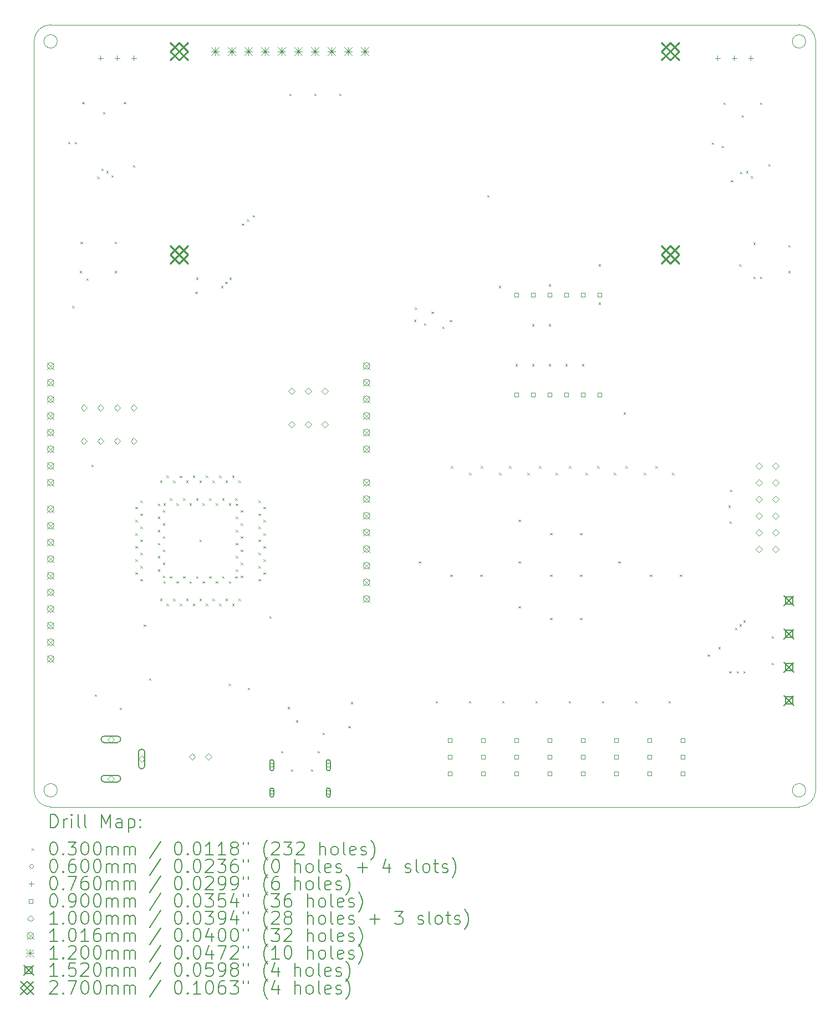
<source format=gbr>
%TF.GenerationSoftware,KiCad,Pcbnew,(6.0.9)*%
%TF.CreationDate,2023-02-20T14:13:09-05:00*%
%TF.ProjectId,UDuino,55447569-6e6f-42e6-9b69-6361645f7063,rev?*%
%TF.SameCoordinates,Original*%
%TF.FileFunction,Drillmap*%
%TF.FilePolarity,Positive*%
%FSLAX45Y45*%
G04 Gerber Fmt 4.5, Leading zero omitted, Abs format (unit mm)*
G04 Created by KiCad (PCBNEW (6.0.9)) date 2023-02-20 14:13:09*
%MOMM*%
%LPD*%
G01*
G04 APERTURE LIST*
%ADD10C,0.100000*%
%ADD11C,0.200000*%
%ADD12C,0.030000*%
%ADD13C,0.060000*%
%ADD14C,0.076000*%
%ADD15C,0.090000*%
%ADD16C,0.101600*%
%ADD17C,0.120000*%
%ADD18C,0.152000*%
%ADD19C,0.270000*%
G04 APERTURE END LIST*
D10*
X11684000Y-11938000D02*
G75*
G03*
X11938000Y-11684000I0J254000D01*
G01*
X11938000Y-11684000D02*
X11938000Y-254000D01*
X254000Y0D02*
G75*
G03*
X0Y-254000I0J-254000D01*
G01*
X11785600Y-254000D02*
G75*
G03*
X11785600Y-254000I-101600J0D01*
G01*
X11684000Y0D02*
X254000Y0D01*
X355600Y-11684000D02*
G75*
G03*
X355600Y-11684000I-101600J0D01*
G01*
X0Y-254000D02*
X0Y-11684000D01*
X0Y-11684000D02*
G75*
G03*
X254000Y-11938000I254000J0D01*
G01*
X355600Y-254000D02*
G75*
G03*
X355600Y-254000I-101600J0D01*
G01*
X11938000Y-254000D02*
G75*
G03*
X11684000Y0I-254000J0D01*
G01*
X11785600Y-11684000D02*
G75*
G03*
X11785600Y-11684000I-101600J0D01*
G01*
X254000Y-11938000D02*
X11684000Y-11938000D01*
D11*
D12*
X518400Y-1788400D02*
X548400Y-1818400D01*
X548400Y-1788400D02*
X518400Y-1818400D01*
X581900Y-4290300D02*
X611900Y-4320300D01*
X611900Y-4290300D02*
X581900Y-4320300D01*
X620000Y-1788400D02*
X650000Y-1818400D01*
X650000Y-1788400D02*
X620000Y-1818400D01*
X696200Y-3756900D02*
X726200Y-3786900D01*
X726200Y-3756900D02*
X696200Y-3786900D01*
X708900Y-3312400D02*
X738900Y-3342400D01*
X738900Y-3312400D02*
X708900Y-3342400D01*
X734300Y-1178800D02*
X764300Y-1208800D01*
X764300Y-1178800D02*
X734300Y-1208800D01*
X797800Y-3871200D02*
X827800Y-3901200D01*
X827800Y-3871200D02*
X797800Y-3901200D01*
X874000Y-6716000D02*
X904000Y-6746000D01*
X904000Y-6716000D02*
X874000Y-6746000D01*
X924800Y-10221200D02*
X954800Y-10251200D01*
X954800Y-10221200D02*
X924800Y-10251200D01*
X962900Y-2316300D02*
X992900Y-2346300D01*
X992900Y-2316300D02*
X962900Y-2346300D01*
X1026400Y-2194800D02*
X1056400Y-2224800D01*
X1056400Y-2194800D02*
X1026400Y-2224800D01*
X1051800Y-1331200D02*
X1081800Y-1361200D01*
X1081800Y-1331200D02*
X1051800Y-1361200D01*
X1102600Y-2232900D02*
X1132600Y-2262900D01*
X1132600Y-2232900D02*
X1102600Y-2262900D01*
X1178800Y-2296400D02*
X1208800Y-2326400D01*
X1208800Y-2296400D02*
X1178800Y-2326400D01*
X1229600Y-3312400D02*
X1259600Y-3342400D01*
X1259600Y-3312400D02*
X1229600Y-3342400D01*
X1229600Y-3756900D02*
X1259600Y-3786900D01*
X1259600Y-3756900D02*
X1229600Y-3786900D01*
X1305800Y-10424400D02*
X1335800Y-10454400D01*
X1335800Y-10424400D02*
X1305800Y-10454400D01*
X1369300Y-1178800D02*
X1399300Y-1208800D01*
X1399300Y-1178800D02*
X1369300Y-1208800D01*
X1509000Y-2144000D02*
X1539000Y-2174000D01*
X1539000Y-2144000D02*
X1509000Y-2174000D01*
X1547100Y-7359000D02*
X1577100Y-7389000D01*
X1577100Y-7359000D02*
X1547100Y-7389000D01*
X1547100Y-7559000D02*
X1577100Y-7589000D01*
X1577100Y-7559000D02*
X1547100Y-7589000D01*
X1547100Y-7759000D02*
X1577100Y-7789000D01*
X1577100Y-7759000D02*
X1547100Y-7789000D01*
X1547100Y-7959000D02*
X1577100Y-7989000D01*
X1577100Y-7959000D02*
X1547100Y-7989000D01*
X1547100Y-8159000D02*
X1577100Y-8189000D01*
X1577100Y-8159000D02*
X1547100Y-8189000D01*
X1547100Y-8359000D02*
X1577100Y-8389000D01*
X1577100Y-8359000D02*
X1547100Y-8389000D01*
X1623300Y-7259000D02*
X1653300Y-7289000D01*
X1653300Y-7259000D02*
X1623300Y-7289000D01*
X1623300Y-7459000D02*
X1653300Y-7489000D01*
X1653300Y-7459000D02*
X1623300Y-7489000D01*
X1623300Y-7659000D02*
X1653300Y-7689000D01*
X1653300Y-7659000D02*
X1623300Y-7689000D01*
X1623300Y-7859000D02*
X1653300Y-7889000D01*
X1653300Y-7859000D02*
X1623300Y-7889000D01*
X1623300Y-8059000D02*
X1653300Y-8089000D01*
X1653300Y-8059000D02*
X1623300Y-8089000D01*
X1623300Y-8259000D02*
X1653300Y-8289000D01*
X1653300Y-8259000D02*
X1623300Y-8289000D01*
X1623300Y-8459000D02*
X1653300Y-8489000D01*
X1653300Y-8459000D02*
X1623300Y-8489000D01*
X1674100Y-9154400D02*
X1704100Y-9184400D01*
X1704100Y-9154400D02*
X1674100Y-9184400D01*
X1756650Y-9973550D02*
X1786650Y-10003550D01*
X1786650Y-9973550D02*
X1756650Y-10003550D01*
X1891700Y-7309000D02*
X1921700Y-7339000D01*
X1921700Y-7309000D02*
X1891700Y-7339000D01*
X1891700Y-7509000D02*
X1921700Y-7539000D01*
X1921700Y-7509000D02*
X1891700Y-7539000D01*
X1891700Y-7709000D02*
X1921700Y-7739000D01*
X1921700Y-7709000D02*
X1891700Y-7739000D01*
X1891700Y-7909000D02*
X1921700Y-7939000D01*
X1921700Y-7909000D02*
X1891700Y-7939000D01*
X1891700Y-8109000D02*
X1921700Y-8139000D01*
X1921700Y-8109000D02*
X1891700Y-8139000D01*
X1891700Y-8309000D02*
X1921700Y-8339000D01*
X1921700Y-8309000D02*
X1891700Y-8339000D01*
X1925000Y-6957300D02*
X1955000Y-6987300D01*
X1955000Y-6957300D02*
X1925000Y-6987300D01*
X1925000Y-8760700D02*
X1955000Y-8790700D01*
X1955000Y-8760700D02*
X1925000Y-8790700D01*
X1967900Y-7409000D02*
X1997900Y-7439000D01*
X1997900Y-7409000D02*
X1967900Y-7439000D01*
X1967900Y-7609000D02*
X1997900Y-7639000D01*
X1997900Y-7609000D02*
X1967900Y-7639000D01*
X1967900Y-7809000D02*
X1997900Y-7839000D01*
X1997900Y-7809000D02*
X1967900Y-7839000D01*
X1967900Y-8009000D02*
X1997900Y-8039000D01*
X1997900Y-8009000D02*
X1967900Y-8039000D01*
X1967900Y-8209000D02*
X1997900Y-8239000D01*
X1997900Y-8209000D02*
X1967900Y-8239000D01*
X1967900Y-8409000D02*
X1997900Y-8439000D01*
X1997900Y-8409000D02*
X1967900Y-8439000D01*
X1975000Y-7301900D02*
X2005000Y-7331900D01*
X2005000Y-7301900D02*
X1975000Y-7331900D01*
X1975000Y-8492500D02*
X2005000Y-8522500D01*
X2005000Y-8492500D02*
X1975000Y-8522500D01*
X2025000Y-6881100D02*
X2055000Y-6911100D01*
X2055000Y-6881100D02*
X2025000Y-6911100D01*
X2025000Y-8836900D02*
X2055000Y-8866900D01*
X2055000Y-8836900D02*
X2025000Y-8866900D01*
X2075000Y-7225700D02*
X2105000Y-7255700D01*
X2105000Y-7225700D02*
X2075000Y-7255700D01*
X2075000Y-8416100D02*
X2105000Y-8446100D01*
X2105000Y-8416100D02*
X2075000Y-8446100D01*
X2125000Y-6957300D02*
X2155000Y-6987300D01*
X2155000Y-6957300D02*
X2125000Y-6987300D01*
X2125000Y-8760700D02*
X2155000Y-8790700D01*
X2155000Y-8760700D02*
X2125000Y-8790700D01*
X2175000Y-7301900D02*
X2205000Y-7331900D01*
X2205000Y-7301900D02*
X2175000Y-7331900D01*
X2175000Y-8492500D02*
X2205000Y-8522500D01*
X2205000Y-8492500D02*
X2175000Y-8522500D01*
X2225000Y-6885900D02*
X2255000Y-6915900D01*
X2255000Y-6885900D02*
X2225000Y-6915900D01*
X2225000Y-8836900D02*
X2255000Y-8866900D01*
X2255000Y-8836900D02*
X2225000Y-8866900D01*
X2275000Y-7225700D02*
X2305000Y-7255700D01*
X2305000Y-7225700D02*
X2275000Y-7255700D01*
X2275000Y-8416100D02*
X2305000Y-8446100D01*
X2305000Y-8416100D02*
X2275000Y-8446100D01*
X2325000Y-6957300D02*
X2355000Y-6987300D01*
X2355000Y-6957300D02*
X2325000Y-6987300D01*
X2325000Y-8760700D02*
X2355000Y-8790700D01*
X2355000Y-8760700D02*
X2325000Y-8790700D01*
X2375000Y-7301900D02*
X2405000Y-7331900D01*
X2405000Y-7301900D02*
X2375000Y-7331900D01*
X2375000Y-8492500D02*
X2405000Y-8522500D01*
X2405000Y-8492500D02*
X2375000Y-8522500D01*
X2425000Y-6881100D02*
X2455000Y-6911100D01*
X2455000Y-6881100D02*
X2425000Y-6911100D01*
X2425000Y-8836900D02*
X2455000Y-8866900D01*
X2455000Y-8836900D02*
X2425000Y-8866900D01*
X2461500Y-4074400D02*
X2491500Y-4104400D01*
X2491500Y-4074400D02*
X2461500Y-4104400D01*
X2474200Y-3858500D02*
X2504200Y-3888500D01*
X2504200Y-3858500D02*
X2474200Y-3888500D01*
X2475000Y-7225700D02*
X2505000Y-7255700D01*
X2505000Y-7225700D02*
X2475000Y-7255700D01*
X2475000Y-8416100D02*
X2505000Y-8446100D01*
X2505000Y-8416100D02*
X2475000Y-8446100D01*
X2525000Y-6957300D02*
X2555000Y-6987300D01*
X2555000Y-6957300D02*
X2525000Y-6987300D01*
X2525000Y-7859000D02*
X2555000Y-7889000D01*
X2555000Y-7859000D02*
X2525000Y-7889000D01*
X2525000Y-8760700D02*
X2555000Y-8790700D01*
X2555000Y-8760700D02*
X2525000Y-8790700D01*
X2575000Y-7301900D02*
X2605000Y-7331900D01*
X2605000Y-7301900D02*
X2575000Y-7331900D01*
X2575000Y-8492500D02*
X2605000Y-8522500D01*
X2605000Y-8492500D02*
X2575000Y-8522500D01*
X2625000Y-6881100D02*
X2655000Y-6911100D01*
X2655000Y-6881100D02*
X2625000Y-6911100D01*
X2625000Y-8836900D02*
X2655000Y-8866900D01*
X2655000Y-8836900D02*
X2625000Y-8866900D01*
X2675000Y-7225700D02*
X2705000Y-7255700D01*
X2705000Y-7225700D02*
X2675000Y-7255700D01*
X2675000Y-8416100D02*
X2705000Y-8446100D01*
X2705000Y-8416100D02*
X2675000Y-8446100D01*
X2725000Y-6957300D02*
X2755000Y-6987300D01*
X2755000Y-6957300D02*
X2725000Y-6987300D01*
X2725000Y-8760700D02*
X2755000Y-8790700D01*
X2755000Y-8760700D02*
X2725000Y-8790700D01*
X2775000Y-7301900D02*
X2805000Y-7331900D01*
X2805000Y-7301900D02*
X2775000Y-7331900D01*
X2775000Y-8492500D02*
X2805000Y-8522500D01*
X2805000Y-8492500D02*
X2775000Y-8522500D01*
X2825000Y-6881100D02*
X2855000Y-6911100D01*
X2855000Y-6881100D02*
X2825000Y-6911100D01*
X2825000Y-8836900D02*
X2855000Y-8866900D01*
X2855000Y-8836900D02*
X2825000Y-8866900D01*
X2855200Y-3985500D02*
X2885200Y-4015500D01*
X2885200Y-3985500D02*
X2855200Y-4015500D01*
X2875000Y-7225700D02*
X2905000Y-7255700D01*
X2905000Y-7225700D02*
X2875000Y-7255700D01*
X2875000Y-8416100D02*
X2905000Y-8446100D01*
X2905000Y-8416100D02*
X2875000Y-8446100D01*
X2918700Y-3923010D02*
X2948700Y-3953010D01*
X2948700Y-3923010D02*
X2918700Y-3953010D01*
X2925000Y-6957300D02*
X2955000Y-6987300D01*
X2955000Y-6957300D02*
X2925000Y-6987300D01*
X2925000Y-8760700D02*
X2955000Y-8790700D01*
X2955000Y-8760700D02*
X2925000Y-8790700D01*
X2969500Y-10056100D02*
X2999500Y-10086100D01*
X2999500Y-10056100D02*
X2969500Y-10086100D01*
X2975000Y-7301900D02*
X3005000Y-7331900D01*
X3005000Y-7301900D02*
X2975000Y-7331900D01*
X2975000Y-8492500D02*
X3005000Y-8522500D01*
X3005000Y-8492500D02*
X2975000Y-8522500D01*
X2982200Y-3858500D02*
X3012200Y-3888500D01*
X3012200Y-3858500D02*
X2982200Y-3888500D01*
X3025000Y-6881100D02*
X3055000Y-6911100D01*
X3055000Y-6881100D02*
X3025000Y-6911100D01*
X3025000Y-8836900D02*
X3055000Y-8866900D01*
X3055000Y-8836900D02*
X3025000Y-8866900D01*
X3075000Y-7225700D02*
X3105000Y-7255700D01*
X3105000Y-7225700D02*
X3075000Y-7255700D01*
X3075000Y-8416100D02*
X3105000Y-8446100D01*
X3105000Y-8416100D02*
X3075000Y-8446100D01*
X3082100Y-7309000D02*
X3112100Y-7339000D01*
X3112100Y-7309000D02*
X3082100Y-7339000D01*
X3082100Y-7509000D02*
X3112100Y-7539000D01*
X3112100Y-7509000D02*
X3082100Y-7539000D01*
X3082100Y-7709000D02*
X3112100Y-7739000D01*
X3112100Y-7709000D02*
X3082100Y-7739000D01*
X3082100Y-7909000D02*
X3112100Y-7939000D01*
X3112100Y-7909000D02*
X3082100Y-7939000D01*
X3082100Y-8109000D02*
X3112100Y-8139000D01*
X3112100Y-8109000D02*
X3082100Y-8139000D01*
X3082100Y-8309000D02*
X3112100Y-8339000D01*
X3112100Y-8309000D02*
X3082100Y-8339000D01*
X3125000Y-6957300D02*
X3155000Y-6987300D01*
X3155000Y-6957300D02*
X3125000Y-6987300D01*
X3125000Y-8760700D02*
X3155000Y-8790700D01*
X3155000Y-8760700D02*
X3125000Y-8790700D01*
X3158300Y-7409000D02*
X3188300Y-7439000D01*
X3188300Y-7409000D02*
X3158300Y-7439000D01*
X3158300Y-7609000D02*
X3188300Y-7639000D01*
X3188300Y-7609000D02*
X3158300Y-7639000D01*
X3158300Y-7809000D02*
X3188300Y-7839000D01*
X3188300Y-7809000D02*
X3158300Y-7839000D01*
X3158300Y-8009000D02*
X3188300Y-8039000D01*
X3188300Y-8009000D02*
X3158300Y-8039000D01*
X3158300Y-8209000D02*
X3188300Y-8239000D01*
X3188300Y-8209000D02*
X3158300Y-8239000D01*
X3158300Y-8409000D02*
X3188300Y-8439000D01*
X3188300Y-8409000D02*
X3158300Y-8439000D01*
X3172700Y-3033000D02*
X3202700Y-3063000D01*
X3202700Y-3033000D02*
X3172700Y-3063000D01*
X3248900Y-2969500D02*
X3278900Y-2999500D01*
X3278900Y-2969500D02*
X3248900Y-2999500D01*
X3261600Y-10119600D02*
X3291600Y-10149600D01*
X3291600Y-10119600D02*
X3261600Y-10149600D01*
X3337800Y-2906000D02*
X3367800Y-2936000D01*
X3367800Y-2906000D02*
X3337800Y-2936000D01*
X3426700Y-7259000D02*
X3456700Y-7289000D01*
X3456700Y-7259000D02*
X3426700Y-7289000D01*
X3426700Y-7459000D02*
X3456700Y-7489000D01*
X3456700Y-7459000D02*
X3426700Y-7489000D01*
X3426700Y-7659000D02*
X3456700Y-7689000D01*
X3456700Y-7659000D02*
X3426700Y-7689000D01*
X3426700Y-7859000D02*
X3456700Y-7889000D01*
X3456700Y-7859000D02*
X3426700Y-7889000D01*
X3426700Y-8059000D02*
X3456700Y-8089000D01*
X3456700Y-8059000D02*
X3426700Y-8089000D01*
X3426700Y-8259000D02*
X3456700Y-8289000D01*
X3456700Y-8259000D02*
X3426700Y-8289000D01*
X3426700Y-8459000D02*
X3456700Y-8489000D01*
X3456700Y-8459000D02*
X3426700Y-8489000D01*
X3502900Y-7359000D02*
X3532900Y-7389000D01*
X3532900Y-7359000D02*
X3502900Y-7389000D01*
X3502900Y-7559000D02*
X3532900Y-7589000D01*
X3532900Y-7559000D02*
X3502900Y-7589000D01*
X3502900Y-7759000D02*
X3532900Y-7789000D01*
X3532900Y-7759000D02*
X3502900Y-7789000D01*
X3502900Y-7959000D02*
X3532900Y-7989000D01*
X3532900Y-7959000D02*
X3502900Y-7989000D01*
X3502900Y-8159000D02*
X3532900Y-8189000D01*
X3532900Y-8159000D02*
X3502900Y-8189000D01*
X3502900Y-8359000D02*
X3532900Y-8389000D01*
X3532900Y-8359000D02*
X3502900Y-8389000D01*
X3591800Y-9027400D02*
X3621800Y-9057400D01*
X3621800Y-9027400D02*
X3591800Y-9057400D01*
X3769600Y-11084800D02*
X3799600Y-11114800D01*
X3799600Y-11084800D02*
X3769600Y-11114800D01*
X3871200Y-10411700D02*
X3901200Y-10441700D01*
X3901200Y-10411700D02*
X3871200Y-10441700D01*
X3896600Y-1051800D02*
X3926600Y-1081800D01*
X3926600Y-1051800D02*
X3896600Y-1081800D01*
X3922000Y-11364200D02*
X3952000Y-11394200D01*
X3952000Y-11364200D02*
X3922000Y-11394200D01*
X3998200Y-10614900D02*
X4028200Y-10644900D01*
X4028200Y-10614900D02*
X3998200Y-10644900D01*
X4226800Y-11364200D02*
X4256800Y-11394200D01*
X4256800Y-11364200D02*
X4226800Y-11394200D01*
X4277600Y-1051800D02*
X4307600Y-1081800D01*
X4307600Y-1051800D02*
X4277600Y-1081800D01*
X4328400Y-11084800D02*
X4358400Y-11114800D01*
X4358400Y-11084800D02*
X4328400Y-11114800D01*
X4404600Y-10805400D02*
X4434600Y-10835400D01*
X4434600Y-10805400D02*
X4404600Y-10835400D01*
X4658600Y-1051800D02*
X4688600Y-1081800D01*
X4688600Y-1051800D02*
X4658600Y-1081800D01*
X4798300Y-10703800D02*
X4828300Y-10733800D01*
X4828300Y-10703800D02*
X4798300Y-10733800D01*
X4836400Y-10335500D02*
X4866400Y-10365500D01*
X4866400Y-10335500D02*
X4836400Y-10365500D01*
X5801600Y-4499150D02*
X5831600Y-4529150D01*
X5831600Y-4499150D02*
X5801600Y-4529150D01*
X5814300Y-4315700D02*
X5844300Y-4345700D01*
X5844300Y-4315700D02*
X5814300Y-4345700D01*
X5877000Y-8189200D02*
X5907000Y-8219200D01*
X5907000Y-8189200D02*
X5877000Y-8219200D01*
X5955500Y-4555500D02*
X5985500Y-4585500D01*
X5985500Y-4555500D02*
X5955500Y-4585500D01*
X6068300Y-4379200D02*
X6098300Y-4409200D01*
X6098300Y-4379200D02*
X6068300Y-4409200D01*
X6131800Y-10322800D02*
X6161800Y-10352800D01*
X6161800Y-10322800D02*
X6131800Y-10352800D01*
X6233400Y-4607800D02*
X6263400Y-4637800D01*
X6263400Y-4607800D02*
X6233400Y-4637800D01*
X6347700Y-4506200D02*
X6377700Y-4536200D01*
X6377700Y-4506200D02*
X6347700Y-4536200D01*
X6359600Y-8392400D02*
X6389600Y-8422400D01*
X6389600Y-8392400D02*
X6359600Y-8422400D01*
X6365200Y-6736600D02*
X6395200Y-6766600D01*
X6395200Y-6736600D02*
X6365200Y-6766600D01*
X6639800Y-10322800D02*
X6669800Y-10352800D01*
X6669800Y-10322800D02*
X6639800Y-10352800D01*
X6644600Y-6838200D02*
X6674600Y-6868200D01*
X6674600Y-6838200D02*
X6644600Y-6868200D01*
X6816800Y-8392400D02*
X6846800Y-8422400D01*
X6846800Y-8392400D02*
X6816800Y-8422400D01*
X6822400Y-6736600D02*
X6852400Y-6766600D01*
X6852400Y-6736600D02*
X6822400Y-6766600D01*
X6919200Y-2601200D02*
X6949200Y-2631200D01*
X6949200Y-2601200D02*
X6919200Y-2631200D01*
X7097000Y-3982350D02*
X7127000Y-4012350D01*
X7127000Y-3982350D02*
X7097000Y-4012350D01*
X7101800Y-6838200D02*
X7131800Y-6868200D01*
X7131800Y-6838200D02*
X7101800Y-6868200D01*
X7147800Y-10322800D02*
X7177800Y-10352800D01*
X7177800Y-10322800D02*
X7147800Y-10352800D01*
X7254200Y-6736600D02*
X7284200Y-6766600D01*
X7284200Y-6736600D02*
X7254200Y-6766600D01*
X7351000Y-5176150D02*
X7381000Y-5206150D01*
X7381000Y-5176150D02*
X7351000Y-5206150D01*
X7401000Y-7554200D02*
X7431000Y-7584200D01*
X7431000Y-7554200D02*
X7401000Y-7584200D01*
X7401000Y-8189200D02*
X7431000Y-8219200D01*
X7431000Y-8189200D02*
X7401000Y-8219200D01*
X7401000Y-8875000D02*
X7431000Y-8905000D01*
X7431000Y-8875000D02*
X7401000Y-8905000D01*
X7533600Y-6838200D02*
X7563600Y-6868200D01*
X7563600Y-6838200D02*
X7533600Y-6868200D01*
X7605000Y-4566550D02*
X7635000Y-4596550D01*
X7635000Y-4566550D02*
X7605000Y-4596550D01*
X7605000Y-5176150D02*
X7635000Y-5206150D01*
X7635000Y-5176150D02*
X7605000Y-5206150D01*
X7655800Y-10322800D02*
X7685800Y-10352800D01*
X7685800Y-10322800D02*
X7655800Y-10352800D01*
X7711400Y-6736600D02*
X7741400Y-6766600D01*
X7741400Y-6736600D02*
X7711400Y-6766600D01*
X7859000Y-3956950D02*
X7889000Y-3986950D01*
X7889000Y-3956950D02*
X7859000Y-3986950D01*
X7859000Y-4566550D02*
X7889000Y-4596550D01*
X7889000Y-4566550D02*
X7859000Y-4596550D01*
X7859000Y-5176150D02*
X7889000Y-5206150D01*
X7889000Y-5176150D02*
X7859000Y-5206150D01*
X7883600Y-7757400D02*
X7913600Y-7787400D01*
X7913600Y-7757400D02*
X7883600Y-7787400D01*
X7883600Y-8392400D02*
X7913600Y-8422400D01*
X7913600Y-8392400D02*
X7883600Y-8422400D01*
X7883600Y-9052800D02*
X7913600Y-9082800D01*
X7913600Y-9052800D02*
X7883600Y-9082800D01*
X7965400Y-6838200D02*
X7995400Y-6868200D01*
X7995400Y-6838200D02*
X7965400Y-6868200D01*
X8113000Y-5176150D02*
X8143000Y-5206150D01*
X8143000Y-5176150D02*
X8113000Y-5206150D01*
X8163800Y-10322800D02*
X8193800Y-10352800D01*
X8193800Y-10322800D02*
X8163800Y-10352800D01*
X8168600Y-6736600D02*
X8198600Y-6766600D01*
X8198600Y-6736600D02*
X8168600Y-6766600D01*
X8340800Y-7757400D02*
X8370800Y-7787400D01*
X8370800Y-7757400D02*
X8340800Y-7787400D01*
X8340800Y-8392400D02*
X8370800Y-8422400D01*
X8370800Y-8392400D02*
X8340800Y-8422400D01*
X8340800Y-9052800D02*
X8370800Y-9082800D01*
X8370800Y-9052800D02*
X8340800Y-9082800D01*
X8367000Y-5176150D02*
X8397000Y-5206150D01*
X8397000Y-5176150D02*
X8367000Y-5206150D01*
X8422600Y-6838200D02*
X8452600Y-6868200D01*
X8452600Y-6838200D02*
X8422600Y-6868200D01*
X8600400Y-6736600D02*
X8630400Y-6766600D01*
X8630400Y-6736600D02*
X8600400Y-6766600D01*
X8621000Y-3652150D02*
X8651000Y-3682150D01*
X8651000Y-3652150D02*
X8621000Y-3682150D01*
X8621000Y-4236350D02*
X8651000Y-4266350D01*
X8651000Y-4236350D02*
X8621000Y-4266350D01*
X8671800Y-10322800D02*
X8701800Y-10352800D01*
X8701800Y-10322800D02*
X8671800Y-10352800D01*
X8854400Y-6838200D02*
X8884400Y-6868200D01*
X8884400Y-6838200D02*
X8854400Y-6868200D01*
X8925000Y-8189200D02*
X8955000Y-8219200D01*
X8955000Y-8189200D02*
X8925000Y-8219200D01*
X9002000Y-5912750D02*
X9032000Y-5942750D01*
X9032000Y-5912750D02*
X9002000Y-5942750D01*
X9032200Y-6736600D02*
X9062200Y-6766600D01*
X9062200Y-6736600D02*
X9032200Y-6766600D01*
X9179800Y-10322800D02*
X9209800Y-10352800D01*
X9209800Y-10322800D02*
X9179800Y-10352800D01*
X9311600Y-6838200D02*
X9341600Y-6868200D01*
X9341600Y-6838200D02*
X9311600Y-6868200D01*
X9407600Y-8392400D02*
X9437600Y-8422400D01*
X9437600Y-8392400D02*
X9407600Y-8422400D01*
X9489400Y-6736600D02*
X9519400Y-6766600D01*
X9519400Y-6736600D02*
X9489400Y-6766600D01*
X9687800Y-10322800D02*
X9717800Y-10352800D01*
X9717800Y-10322800D02*
X9687800Y-10352800D01*
X9743400Y-6838200D02*
X9773400Y-6868200D01*
X9773400Y-6838200D02*
X9743400Y-6868200D01*
X9864800Y-8392400D02*
X9894800Y-8422400D01*
X9894800Y-8392400D02*
X9864800Y-8422400D01*
X10284700Y-9611600D02*
X10314700Y-9641600D01*
X10314700Y-9611600D02*
X10284700Y-9641600D01*
X10349000Y-1794400D02*
X10379000Y-1824400D01*
X10379000Y-1794400D02*
X10349000Y-1824400D01*
X10449800Y-9497300D02*
X10479800Y-9527300D01*
X10479800Y-9497300D02*
X10449800Y-9527300D01*
X10501400Y-1844950D02*
X10531400Y-1874950D01*
X10531400Y-1844950D02*
X10501400Y-1874950D01*
X10526800Y-1184800D02*
X10556800Y-1214800D01*
X10556800Y-1184800D02*
X10526800Y-1214800D01*
X10602200Y-7338300D02*
X10632200Y-7368300D01*
X10632200Y-7338300D02*
X10602200Y-7368300D01*
X10614900Y-9865600D02*
X10644900Y-9895600D01*
X10644900Y-9865600D02*
X10614900Y-9895600D01*
X10622100Y-7579600D02*
X10652100Y-7609600D01*
X10652100Y-7579600D02*
X10622100Y-7609600D01*
X10627600Y-7097000D02*
X10657600Y-7127000D01*
X10657600Y-7097000D02*
X10627600Y-7127000D01*
X10640300Y-2372600D02*
X10670300Y-2402600D01*
X10670300Y-2372600D02*
X10640300Y-2402600D01*
X10703800Y-9205200D02*
X10733800Y-9235200D01*
X10733800Y-9205200D02*
X10703800Y-9235200D01*
X10729200Y-9865600D02*
X10759200Y-9895600D01*
X10759200Y-9865600D02*
X10729200Y-9895600D01*
X10767300Y-3655300D02*
X10797300Y-3685300D01*
X10797300Y-3655300D02*
X10767300Y-3685300D01*
X10774267Y-9147433D02*
X10804267Y-9177433D01*
X10804267Y-9147433D02*
X10774267Y-9177433D01*
X10780800Y-2245600D02*
X10810800Y-2275600D01*
X10810800Y-2245600D02*
X10780800Y-2275600D01*
X10805400Y-1382000D02*
X10835400Y-1412000D01*
X10835400Y-1382000D02*
X10805400Y-1412000D01*
X10830800Y-9090900D02*
X10860800Y-9120900D01*
X10860800Y-9090900D02*
X10830800Y-9120900D01*
X10830800Y-9865600D02*
X10860800Y-9895600D01*
X10860800Y-9865600D02*
X10830800Y-9895600D01*
X10876667Y-2231933D02*
X10906667Y-2261933D01*
X10906667Y-2231933D02*
X10876667Y-2261933D01*
X10945100Y-2309100D02*
X10975100Y-2339100D01*
X10975100Y-2309100D02*
X10945100Y-2339100D01*
X10983200Y-3325100D02*
X11013200Y-3355100D01*
X11013200Y-3325100D02*
X10983200Y-3355100D01*
X10983200Y-3845800D02*
X11013200Y-3875800D01*
X11013200Y-3845800D02*
X10983200Y-3875800D01*
X11084800Y-3845800D02*
X11114800Y-3875800D01*
X11114800Y-3845800D02*
X11084800Y-3875800D01*
X11085600Y-1184800D02*
X11115600Y-1214800D01*
X11115600Y-1184800D02*
X11085600Y-1214800D01*
X11212600Y-2124600D02*
X11242600Y-2154600D01*
X11242600Y-2124600D02*
X11212600Y-2154600D01*
X11262600Y-9332200D02*
X11292600Y-9362200D01*
X11292600Y-9332200D02*
X11262600Y-9362200D01*
X11262600Y-9738600D02*
X11292600Y-9768600D01*
X11292600Y-9738600D02*
X11262600Y-9768600D01*
X11516600Y-3363200D02*
X11546600Y-3393200D01*
X11546600Y-3363200D02*
X11516600Y-3393200D01*
X11516600Y-3756900D02*
X11546600Y-3786900D01*
X11546600Y-3756900D02*
X11516600Y-3786900D01*
D13*
X3662000Y-11301900D02*
G75*
G03*
X3662000Y-11301900I-30000J0D01*
G01*
D11*
X3662000Y-11356900D02*
X3662000Y-11246900D01*
X3602000Y-11356900D02*
X3602000Y-11246900D01*
X3662000Y-11246900D02*
G75*
G03*
X3602000Y-11246900I-30000J0D01*
G01*
X3602000Y-11356900D02*
G75*
G03*
X3662000Y-11356900I30000J0D01*
G01*
D13*
X3662000Y-11718900D02*
G75*
G03*
X3662000Y-11718900I-30000J0D01*
G01*
D11*
X3662000Y-11758900D02*
X3662000Y-11678900D01*
X3602000Y-11758900D02*
X3602000Y-11678900D01*
X3662000Y-11678900D02*
G75*
G03*
X3602000Y-11678900I-30000J0D01*
G01*
X3602000Y-11758900D02*
G75*
G03*
X3662000Y-11758900I30000J0D01*
G01*
D13*
X4526000Y-11301900D02*
G75*
G03*
X4526000Y-11301900I-30000J0D01*
G01*
D11*
X4526000Y-11356900D02*
X4526000Y-11246900D01*
X4466000Y-11356900D02*
X4466000Y-11246900D01*
X4526000Y-11246900D02*
G75*
G03*
X4466000Y-11246900I-30000J0D01*
G01*
X4466000Y-11356900D02*
G75*
G03*
X4526000Y-11356900I30000J0D01*
G01*
D13*
X4526000Y-11718900D02*
G75*
G03*
X4526000Y-11718900I-30000J0D01*
G01*
D11*
X4526000Y-11758900D02*
X4526000Y-11678900D01*
X4466000Y-11758900D02*
X4466000Y-11678900D01*
X4526000Y-11678900D02*
G75*
G03*
X4466000Y-11678900I-30000J0D01*
G01*
X4466000Y-11758900D02*
G75*
G03*
X4526000Y-11758900I30000J0D01*
G01*
D14*
X1016000Y-470000D02*
X1016000Y-546000D01*
X978000Y-508000D02*
X1054000Y-508000D01*
X1270000Y-470000D02*
X1270000Y-546000D01*
X1232000Y-508000D02*
X1308000Y-508000D01*
X1524000Y-470000D02*
X1524000Y-546000D01*
X1486000Y-508000D02*
X1562000Y-508000D01*
X10438000Y-471250D02*
X10438000Y-547250D01*
X10400000Y-509250D02*
X10476000Y-509250D01*
X10692000Y-471250D02*
X10692000Y-547250D01*
X10654000Y-509250D02*
X10730000Y-509250D01*
X10946000Y-471250D02*
X10946000Y-547250D01*
X10908000Y-509250D02*
X10984000Y-509250D01*
D15*
X6381820Y-10953820D02*
X6381820Y-10890180D01*
X6318180Y-10890180D01*
X6318180Y-10953820D01*
X6381820Y-10953820D01*
X6381820Y-11207820D02*
X6381820Y-11144180D01*
X6318180Y-11144180D01*
X6318180Y-11207820D01*
X6381820Y-11207820D01*
X6381820Y-11461820D02*
X6381820Y-11398180D01*
X6318180Y-11398180D01*
X6318180Y-11461820D01*
X6381820Y-11461820D01*
X6889820Y-10953820D02*
X6889820Y-10890180D01*
X6826180Y-10890180D01*
X6826180Y-10953820D01*
X6889820Y-10953820D01*
X6889820Y-11207820D02*
X6889820Y-11144180D01*
X6826180Y-11144180D01*
X6826180Y-11207820D01*
X6889820Y-11207820D01*
X6889820Y-11461820D02*
X6889820Y-11398180D01*
X6826180Y-11398180D01*
X6826180Y-11461820D01*
X6889820Y-11461820D01*
X7397820Y-4156170D02*
X7397820Y-4092530D01*
X7334180Y-4092530D01*
X7334180Y-4156170D01*
X7397820Y-4156170D01*
X7397820Y-5680170D02*
X7397820Y-5616530D01*
X7334180Y-5616530D01*
X7334180Y-5680170D01*
X7397820Y-5680170D01*
X7397820Y-10953820D02*
X7397820Y-10890180D01*
X7334180Y-10890180D01*
X7334180Y-10953820D01*
X7397820Y-10953820D01*
X7397820Y-11207820D02*
X7397820Y-11144180D01*
X7334180Y-11144180D01*
X7334180Y-11207820D01*
X7397820Y-11207820D01*
X7397820Y-11461820D02*
X7397820Y-11398180D01*
X7334180Y-11398180D01*
X7334180Y-11461820D01*
X7397820Y-11461820D01*
X7651820Y-4156170D02*
X7651820Y-4092530D01*
X7588180Y-4092530D01*
X7588180Y-4156170D01*
X7651820Y-4156170D01*
X7651820Y-5680170D02*
X7651820Y-5616530D01*
X7588180Y-5616530D01*
X7588180Y-5680170D01*
X7651820Y-5680170D01*
X7905820Y-4156170D02*
X7905820Y-4092530D01*
X7842180Y-4092530D01*
X7842180Y-4156170D01*
X7905820Y-4156170D01*
X7905820Y-5680170D02*
X7905820Y-5616530D01*
X7842180Y-5616530D01*
X7842180Y-5680170D01*
X7905820Y-5680170D01*
X7905820Y-10953820D02*
X7905820Y-10890180D01*
X7842180Y-10890180D01*
X7842180Y-10953820D01*
X7905820Y-10953820D01*
X7905820Y-11207820D02*
X7905820Y-11144180D01*
X7842180Y-11144180D01*
X7842180Y-11207820D01*
X7905820Y-11207820D01*
X7905820Y-11461820D02*
X7905820Y-11398180D01*
X7842180Y-11398180D01*
X7842180Y-11461820D01*
X7905820Y-11461820D01*
X8159820Y-4156170D02*
X8159820Y-4092530D01*
X8096180Y-4092530D01*
X8096180Y-4156170D01*
X8159820Y-4156170D01*
X8159820Y-5680170D02*
X8159820Y-5616530D01*
X8096180Y-5616530D01*
X8096180Y-5680170D01*
X8159820Y-5680170D01*
X8413820Y-4156170D02*
X8413820Y-4092530D01*
X8350180Y-4092530D01*
X8350180Y-4156170D01*
X8413820Y-4156170D01*
X8413820Y-5680170D02*
X8413820Y-5616530D01*
X8350180Y-5616530D01*
X8350180Y-5680170D01*
X8413820Y-5680170D01*
X8413820Y-10953820D02*
X8413820Y-10890180D01*
X8350180Y-10890180D01*
X8350180Y-10953820D01*
X8413820Y-10953820D01*
X8413820Y-11207820D02*
X8413820Y-11144180D01*
X8350180Y-11144180D01*
X8350180Y-11207820D01*
X8413820Y-11207820D01*
X8413820Y-11461820D02*
X8413820Y-11398180D01*
X8350180Y-11398180D01*
X8350180Y-11461820D01*
X8413820Y-11461820D01*
X8667820Y-4156170D02*
X8667820Y-4092530D01*
X8604180Y-4092530D01*
X8604180Y-4156170D01*
X8667820Y-4156170D01*
X8667820Y-5680170D02*
X8667820Y-5616530D01*
X8604180Y-5616530D01*
X8604180Y-5680170D01*
X8667820Y-5680170D01*
X8921820Y-10953820D02*
X8921820Y-10890180D01*
X8858180Y-10890180D01*
X8858180Y-10953820D01*
X8921820Y-10953820D01*
X8921820Y-11207820D02*
X8921820Y-11144180D01*
X8858180Y-11144180D01*
X8858180Y-11207820D01*
X8921820Y-11207820D01*
X8921820Y-11461820D02*
X8921820Y-11398180D01*
X8858180Y-11398180D01*
X8858180Y-11461820D01*
X8921820Y-11461820D01*
X9429820Y-10953820D02*
X9429820Y-10890180D01*
X9366180Y-10890180D01*
X9366180Y-10953820D01*
X9429820Y-10953820D01*
X9429820Y-11207820D02*
X9429820Y-11144180D01*
X9366180Y-11144180D01*
X9366180Y-11207820D01*
X9429820Y-11207820D01*
X9429820Y-11461820D02*
X9429820Y-11398180D01*
X9366180Y-11398180D01*
X9366180Y-11461820D01*
X9429820Y-11461820D01*
X9937820Y-10953820D02*
X9937820Y-10890180D01*
X9874180Y-10890180D01*
X9874180Y-10953820D01*
X9937820Y-10953820D01*
X9937820Y-11207820D02*
X9937820Y-11144180D01*
X9874180Y-11144180D01*
X9874180Y-11207820D01*
X9937820Y-11207820D01*
X9937820Y-11461820D02*
X9937820Y-11398180D01*
X9874180Y-11398180D01*
X9874180Y-11461820D01*
X9937820Y-11461820D01*
D10*
X763000Y-5892000D02*
X813000Y-5842000D01*
X763000Y-5792000D01*
X713000Y-5842000D01*
X763000Y-5892000D01*
X763000Y-6400000D02*
X813000Y-6350000D01*
X763000Y-6300000D01*
X713000Y-6350000D01*
X763000Y-6400000D01*
X1017000Y-5892000D02*
X1067000Y-5842000D01*
X1017000Y-5792000D01*
X967000Y-5842000D01*
X1017000Y-5892000D01*
X1017000Y-6400000D02*
X1067000Y-6350000D01*
X1017000Y-6300000D01*
X967000Y-6350000D01*
X1017000Y-6400000D01*
X1174250Y-10956200D02*
X1224250Y-10906200D01*
X1174250Y-10856200D01*
X1124250Y-10906200D01*
X1174250Y-10956200D01*
D11*
X1074250Y-10956200D02*
X1274250Y-10956200D01*
X1074250Y-10856200D02*
X1274250Y-10856200D01*
X1274250Y-10956200D02*
G75*
G03*
X1274250Y-10856200I0J50000D01*
G01*
X1074250Y-10856200D02*
G75*
G03*
X1074250Y-10956200I0J-50000D01*
G01*
D10*
X1174250Y-11556200D02*
X1224250Y-11506200D01*
X1174250Y-11456200D01*
X1124250Y-11506200D01*
X1174250Y-11556200D01*
D11*
X1074250Y-11556200D02*
X1274250Y-11556200D01*
X1074250Y-11456200D02*
X1274250Y-11456200D01*
X1274250Y-11556200D02*
G75*
G03*
X1274250Y-11456200I0J50000D01*
G01*
X1074250Y-11456200D02*
G75*
G03*
X1074250Y-11556200I0J-50000D01*
G01*
D10*
X1271000Y-5892000D02*
X1321000Y-5842000D01*
X1271000Y-5792000D01*
X1221000Y-5842000D01*
X1271000Y-5892000D01*
X1271000Y-6400000D02*
X1321000Y-6350000D01*
X1271000Y-6300000D01*
X1221000Y-6350000D01*
X1271000Y-6400000D01*
X1525000Y-5892000D02*
X1575000Y-5842000D01*
X1525000Y-5792000D01*
X1475000Y-5842000D01*
X1525000Y-5892000D01*
X1525000Y-6400000D02*
X1575000Y-6350000D01*
X1525000Y-6300000D01*
X1475000Y-6350000D01*
X1525000Y-6400000D01*
X1644250Y-11256200D02*
X1694250Y-11206200D01*
X1644250Y-11156200D01*
X1594250Y-11206200D01*
X1644250Y-11256200D01*
D11*
X1694250Y-11306200D02*
X1694250Y-11106200D01*
X1594250Y-11306200D02*
X1594250Y-11106200D01*
X1694250Y-11106200D02*
G75*
G03*
X1594250Y-11106200I-50000J0D01*
G01*
X1594250Y-11306200D02*
G75*
G03*
X1694250Y-11306200I50000J0D01*
G01*
D10*
X2415000Y-11224300D02*
X2465000Y-11174300D01*
X2415000Y-11124300D01*
X2365000Y-11174300D01*
X2415000Y-11224300D01*
X2665000Y-11224300D02*
X2715000Y-11174300D01*
X2665000Y-11124300D01*
X2615000Y-11174300D01*
X2665000Y-11224300D01*
X3937000Y-5638000D02*
X3987000Y-5588000D01*
X3937000Y-5538000D01*
X3887000Y-5588000D01*
X3937000Y-5638000D01*
X3937000Y-6146000D02*
X3987000Y-6096000D01*
X3937000Y-6046000D01*
X3887000Y-6096000D01*
X3937000Y-6146000D01*
X4191000Y-5638000D02*
X4241000Y-5588000D01*
X4191000Y-5538000D01*
X4141000Y-5588000D01*
X4191000Y-5638000D01*
X4191000Y-6146000D02*
X4241000Y-6096000D01*
X4191000Y-6046000D01*
X4141000Y-6096000D01*
X4191000Y-6146000D01*
X4445000Y-5638000D02*
X4495000Y-5588000D01*
X4445000Y-5538000D01*
X4395000Y-5588000D01*
X4445000Y-5638000D01*
X4445000Y-6146000D02*
X4495000Y-6096000D01*
X4445000Y-6046000D01*
X4395000Y-6096000D01*
X4445000Y-6146000D01*
X11070700Y-6783500D02*
X11120700Y-6733500D01*
X11070700Y-6683500D01*
X11020700Y-6733500D01*
X11070700Y-6783500D01*
X11070700Y-7037500D02*
X11120700Y-6987500D01*
X11070700Y-6937500D01*
X11020700Y-6987500D01*
X11070700Y-7037500D01*
X11070700Y-7291500D02*
X11120700Y-7241500D01*
X11070700Y-7191500D01*
X11020700Y-7241500D01*
X11070700Y-7291500D01*
X11070700Y-7545500D02*
X11120700Y-7495500D01*
X11070700Y-7445500D01*
X11020700Y-7495500D01*
X11070700Y-7545500D01*
X11070700Y-7799500D02*
X11120700Y-7749500D01*
X11070700Y-7699500D01*
X11020700Y-7749500D01*
X11070700Y-7799500D01*
X11070700Y-8053500D02*
X11120700Y-8003500D01*
X11070700Y-7953500D01*
X11020700Y-8003500D01*
X11070700Y-8053500D01*
X11324700Y-6783500D02*
X11374700Y-6733500D01*
X11324700Y-6683500D01*
X11274700Y-6733500D01*
X11324700Y-6783500D01*
X11324700Y-7037500D02*
X11374700Y-6987500D01*
X11324700Y-6937500D01*
X11274700Y-6987500D01*
X11324700Y-7037500D01*
X11324700Y-7291500D02*
X11374700Y-7241500D01*
X11324700Y-7191500D01*
X11274700Y-7241500D01*
X11324700Y-7291500D01*
X11324700Y-7545500D02*
X11374700Y-7495500D01*
X11324700Y-7445500D01*
X11274700Y-7495500D01*
X11324700Y-7545500D01*
X11324700Y-7799500D02*
X11374700Y-7749500D01*
X11324700Y-7699500D01*
X11274700Y-7749500D01*
X11324700Y-7799500D01*
X11324700Y-8053500D02*
X11374700Y-8003500D01*
X11324700Y-7953500D01*
X11274700Y-8003500D01*
X11324700Y-8053500D01*
D16*
X203200Y-5156200D02*
X304800Y-5257800D01*
X304800Y-5156200D02*
X203200Y-5257800D01*
X304800Y-5207000D02*
G75*
G03*
X304800Y-5207000I-50800J0D01*
G01*
X203200Y-5410200D02*
X304800Y-5511800D01*
X304800Y-5410200D02*
X203200Y-5511800D01*
X304800Y-5461000D02*
G75*
G03*
X304800Y-5461000I-50800J0D01*
G01*
X203200Y-5664200D02*
X304800Y-5765800D01*
X304800Y-5664200D02*
X203200Y-5765800D01*
X304800Y-5715000D02*
G75*
G03*
X304800Y-5715000I-50800J0D01*
G01*
X203200Y-5918200D02*
X304800Y-6019800D01*
X304800Y-5918200D02*
X203200Y-6019800D01*
X304800Y-5969000D02*
G75*
G03*
X304800Y-5969000I-50800J0D01*
G01*
X203200Y-6172200D02*
X304800Y-6273800D01*
X304800Y-6172200D02*
X203200Y-6273800D01*
X304800Y-6223000D02*
G75*
G03*
X304800Y-6223000I-50800J0D01*
G01*
X203200Y-6426200D02*
X304800Y-6527800D01*
X304800Y-6426200D02*
X203200Y-6527800D01*
X304800Y-6477000D02*
G75*
G03*
X304800Y-6477000I-50800J0D01*
G01*
X203200Y-6680200D02*
X304800Y-6781800D01*
X304800Y-6680200D02*
X203200Y-6781800D01*
X304800Y-6731000D02*
G75*
G03*
X304800Y-6731000I-50800J0D01*
G01*
X203200Y-6934200D02*
X304800Y-7035800D01*
X304800Y-6934200D02*
X203200Y-7035800D01*
X304800Y-6985000D02*
G75*
G03*
X304800Y-6985000I-50800J0D01*
G01*
X203200Y-7340600D02*
X304800Y-7442200D01*
X304800Y-7340600D02*
X203200Y-7442200D01*
X304800Y-7391400D02*
G75*
G03*
X304800Y-7391400I-50800J0D01*
G01*
X203200Y-7594600D02*
X304800Y-7696200D01*
X304800Y-7594600D02*
X203200Y-7696200D01*
X304800Y-7645400D02*
G75*
G03*
X304800Y-7645400I-50800J0D01*
G01*
X203200Y-7848600D02*
X304800Y-7950200D01*
X304800Y-7848600D02*
X203200Y-7950200D01*
X304800Y-7899400D02*
G75*
G03*
X304800Y-7899400I-50800J0D01*
G01*
X203200Y-8102600D02*
X304800Y-8204200D01*
X304800Y-8102600D02*
X203200Y-8204200D01*
X304800Y-8153400D02*
G75*
G03*
X304800Y-8153400I-50800J0D01*
G01*
X203200Y-8356600D02*
X304800Y-8458200D01*
X304800Y-8356600D02*
X203200Y-8458200D01*
X304800Y-8407400D02*
G75*
G03*
X304800Y-8407400I-50800J0D01*
G01*
X203200Y-8610600D02*
X304800Y-8712200D01*
X304800Y-8610600D02*
X203200Y-8712200D01*
X304800Y-8661400D02*
G75*
G03*
X304800Y-8661400I-50800J0D01*
G01*
X203200Y-8864600D02*
X304800Y-8966200D01*
X304800Y-8864600D02*
X203200Y-8966200D01*
X304800Y-8915400D02*
G75*
G03*
X304800Y-8915400I-50800J0D01*
G01*
X203200Y-9118600D02*
X304800Y-9220200D01*
X304800Y-9118600D02*
X203200Y-9220200D01*
X304800Y-9169400D02*
G75*
G03*
X304800Y-9169400I-50800J0D01*
G01*
X203200Y-9372600D02*
X304800Y-9474200D01*
X304800Y-9372600D02*
X203200Y-9474200D01*
X304800Y-9423400D02*
G75*
G03*
X304800Y-9423400I-50800J0D01*
G01*
X203200Y-9626600D02*
X304800Y-9728200D01*
X304800Y-9626600D02*
X203200Y-9728200D01*
X304800Y-9677400D02*
G75*
G03*
X304800Y-9677400I-50800J0D01*
G01*
X5029200Y-5156200D02*
X5130800Y-5257800D01*
X5130800Y-5156200D02*
X5029200Y-5257800D01*
X5130800Y-5207000D02*
G75*
G03*
X5130800Y-5207000I-50800J0D01*
G01*
X5029200Y-5410200D02*
X5130800Y-5511800D01*
X5130800Y-5410200D02*
X5029200Y-5511800D01*
X5130800Y-5461000D02*
G75*
G03*
X5130800Y-5461000I-50800J0D01*
G01*
X5029200Y-5664200D02*
X5130800Y-5765800D01*
X5130800Y-5664200D02*
X5029200Y-5765800D01*
X5130800Y-5715000D02*
G75*
G03*
X5130800Y-5715000I-50800J0D01*
G01*
X5029200Y-5918200D02*
X5130800Y-6019800D01*
X5130800Y-5918200D02*
X5029200Y-6019800D01*
X5130800Y-5969000D02*
G75*
G03*
X5130800Y-5969000I-50800J0D01*
G01*
X5029200Y-6172200D02*
X5130800Y-6273800D01*
X5130800Y-6172200D02*
X5029200Y-6273800D01*
X5130800Y-6223000D02*
G75*
G03*
X5130800Y-6223000I-50800J0D01*
G01*
X5029200Y-6426200D02*
X5130800Y-6527800D01*
X5130800Y-6426200D02*
X5029200Y-6527800D01*
X5130800Y-6477000D02*
G75*
G03*
X5130800Y-6477000I-50800J0D01*
G01*
X5029200Y-6934200D02*
X5130800Y-7035800D01*
X5130800Y-6934200D02*
X5029200Y-7035800D01*
X5130800Y-6985000D02*
G75*
G03*
X5130800Y-6985000I-50800J0D01*
G01*
X5029200Y-7188200D02*
X5130800Y-7289800D01*
X5130800Y-7188200D02*
X5029200Y-7289800D01*
X5130800Y-7239000D02*
G75*
G03*
X5130800Y-7239000I-50800J0D01*
G01*
X5029200Y-7442200D02*
X5130800Y-7543800D01*
X5130800Y-7442200D02*
X5029200Y-7543800D01*
X5130800Y-7493000D02*
G75*
G03*
X5130800Y-7493000I-50800J0D01*
G01*
X5029200Y-7696200D02*
X5130800Y-7797800D01*
X5130800Y-7696200D02*
X5029200Y-7797800D01*
X5130800Y-7747000D02*
G75*
G03*
X5130800Y-7747000I-50800J0D01*
G01*
X5029200Y-7950200D02*
X5130800Y-8051800D01*
X5130800Y-7950200D02*
X5029200Y-8051800D01*
X5130800Y-8001000D02*
G75*
G03*
X5130800Y-8001000I-50800J0D01*
G01*
X5029200Y-8204200D02*
X5130800Y-8305800D01*
X5130800Y-8204200D02*
X5029200Y-8305800D01*
X5130800Y-8255000D02*
G75*
G03*
X5130800Y-8255000I-50800J0D01*
G01*
X5029200Y-8458200D02*
X5130800Y-8559800D01*
X5130800Y-8458200D02*
X5029200Y-8559800D01*
X5130800Y-8509000D02*
G75*
G03*
X5130800Y-8509000I-50800J0D01*
G01*
X5029200Y-8712200D02*
X5130800Y-8813800D01*
X5130800Y-8712200D02*
X5029200Y-8813800D01*
X5130800Y-8763000D02*
G75*
G03*
X5130800Y-8763000I-50800J0D01*
G01*
D17*
X2709000Y-345800D02*
X2829000Y-465800D01*
X2829000Y-345800D02*
X2709000Y-465800D01*
X2769000Y-345800D02*
X2769000Y-465800D01*
X2709000Y-405800D02*
X2829000Y-405800D01*
X2963000Y-345800D02*
X3083000Y-465800D01*
X3083000Y-345800D02*
X2963000Y-465800D01*
X3023000Y-345800D02*
X3023000Y-465800D01*
X2963000Y-405800D02*
X3083000Y-405800D01*
X3217000Y-345800D02*
X3337000Y-465800D01*
X3337000Y-345800D02*
X3217000Y-465800D01*
X3277000Y-345800D02*
X3277000Y-465800D01*
X3217000Y-405800D02*
X3337000Y-405800D01*
X3471000Y-345800D02*
X3591000Y-465800D01*
X3591000Y-345800D02*
X3471000Y-465800D01*
X3531000Y-345800D02*
X3531000Y-465800D01*
X3471000Y-405800D02*
X3591000Y-405800D01*
X3725000Y-345800D02*
X3845000Y-465800D01*
X3845000Y-345800D02*
X3725000Y-465800D01*
X3785000Y-345800D02*
X3785000Y-465800D01*
X3725000Y-405800D02*
X3845000Y-405800D01*
X3979000Y-345800D02*
X4099000Y-465800D01*
X4099000Y-345800D02*
X3979000Y-465800D01*
X4039000Y-345800D02*
X4039000Y-465800D01*
X3979000Y-405800D02*
X4099000Y-405800D01*
X4233000Y-345800D02*
X4353000Y-465800D01*
X4353000Y-345800D02*
X4233000Y-465800D01*
X4293000Y-345800D02*
X4293000Y-465800D01*
X4233000Y-405800D02*
X4353000Y-405800D01*
X4487000Y-345800D02*
X4607000Y-465800D01*
X4607000Y-345800D02*
X4487000Y-465800D01*
X4547000Y-345800D02*
X4547000Y-465800D01*
X4487000Y-405800D02*
X4607000Y-405800D01*
X4741000Y-345800D02*
X4861000Y-465800D01*
X4861000Y-345800D02*
X4741000Y-465800D01*
X4801000Y-345800D02*
X4801000Y-465800D01*
X4741000Y-405800D02*
X4861000Y-405800D01*
X4995000Y-345800D02*
X5115000Y-465800D01*
X5115000Y-345800D02*
X4995000Y-465800D01*
X5055000Y-345800D02*
X5055000Y-465800D01*
X4995000Y-405800D02*
X5115000Y-405800D01*
D18*
X11455600Y-8712400D02*
X11607600Y-8864400D01*
X11607600Y-8712400D02*
X11455600Y-8864400D01*
X11585341Y-8842141D02*
X11585341Y-8734659D01*
X11477859Y-8734659D01*
X11477859Y-8842141D01*
X11585341Y-8842141D01*
X11455600Y-9220400D02*
X11607600Y-9372400D01*
X11607600Y-9220400D02*
X11455600Y-9372400D01*
X11585341Y-9350141D02*
X11585341Y-9242659D01*
X11477859Y-9242659D01*
X11477859Y-9350141D01*
X11585341Y-9350141D01*
X11455600Y-9728400D02*
X11607600Y-9880400D01*
X11607600Y-9728400D02*
X11455600Y-9880400D01*
X11585341Y-9858141D02*
X11585341Y-9750659D01*
X11477859Y-9750659D01*
X11477859Y-9858141D01*
X11585341Y-9858141D01*
X11455600Y-10236400D02*
X11607600Y-10388400D01*
X11607600Y-10236400D02*
X11455600Y-10388400D01*
X11585341Y-10366141D02*
X11585341Y-10258659D01*
X11477859Y-10258659D01*
X11477859Y-10366141D01*
X11585341Y-10366141D01*
D19*
X2084000Y-270800D02*
X2354000Y-540800D01*
X2354000Y-270800D02*
X2084000Y-540800D01*
X2219000Y-540800D02*
X2354000Y-405800D01*
X2219000Y-270800D01*
X2084000Y-405800D01*
X2219000Y-540800D01*
X2084000Y-3370800D02*
X2354000Y-3640800D01*
X2354000Y-3370800D02*
X2084000Y-3640800D01*
X2219000Y-3640800D02*
X2354000Y-3505800D01*
X2219000Y-3370800D01*
X2084000Y-3505800D01*
X2219000Y-3640800D01*
X9584000Y-270800D02*
X9854000Y-540800D01*
X9854000Y-270800D02*
X9584000Y-540800D01*
X9719000Y-540800D02*
X9854000Y-405800D01*
X9719000Y-270800D01*
X9584000Y-405800D01*
X9719000Y-540800D01*
X9584000Y-3370800D02*
X9854000Y-3640800D01*
X9854000Y-3370800D02*
X9584000Y-3640800D01*
X9719000Y-3640800D02*
X9854000Y-3505800D01*
X9719000Y-3370800D01*
X9584000Y-3505800D01*
X9719000Y-3640800D01*
D11*
X252619Y-12253476D02*
X252619Y-12053476D01*
X300238Y-12053476D01*
X328810Y-12063000D01*
X347857Y-12082048D01*
X357381Y-12101095D01*
X366905Y-12139190D01*
X366905Y-12167762D01*
X357381Y-12205857D01*
X347857Y-12224905D01*
X328810Y-12243952D01*
X300238Y-12253476D01*
X252619Y-12253476D01*
X452619Y-12253476D02*
X452619Y-12120143D01*
X452619Y-12158238D02*
X462143Y-12139190D01*
X471667Y-12129667D01*
X490714Y-12120143D01*
X509762Y-12120143D01*
X576429Y-12253476D02*
X576429Y-12120143D01*
X576429Y-12053476D02*
X566905Y-12063000D01*
X576429Y-12072524D01*
X585952Y-12063000D01*
X576429Y-12053476D01*
X576429Y-12072524D01*
X700238Y-12253476D02*
X681190Y-12243952D01*
X671667Y-12224905D01*
X671667Y-12053476D01*
X805000Y-12253476D02*
X785952Y-12243952D01*
X776428Y-12224905D01*
X776428Y-12053476D01*
X1033571Y-12253476D02*
X1033571Y-12053476D01*
X1100238Y-12196333D01*
X1166905Y-12053476D01*
X1166905Y-12253476D01*
X1347857Y-12253476D02*
X1347857Y-12148714D01*
X1338333Y-12129667D01*
X1319286Y-12120143D01*
X1281190Y-12120143D01*
X1262143Y-12129667D01*
X1347857Y-12243952D02*
X1328810Y-12253476D01*
X1281190Y-12253476D01*
X1262143Y-12243952D01*
X1252619Y-12224905D01*
X1252619Y-12205857D01*
X1262143Y-12186809D01*
X1281190Y-12177286D01*
X1328810Y-12177286D01*
X1347857Y-12167762D01*
X1443095Y-12120143D02*
X1443095Y-12320143D01*
X1443095Y-12129667D02*
X1462143Y-12120143D01*
X1500238Y-12120143D01*
X1519286Y-12129667D01*
X1528809Y-12139190D01*
X1538333Y-12158238D01*
X1538333Y-12215381D01*
X1528809Y-12234428D01*
X1519286Y-12243952D01*
X1500238Y-12253476D01*
X1462143Y-12253476D01*
X1443095Y-12243952D01*
X1624048Y-12234428D02*
X1633571Y-12243952D01*
X1624048Y-12253476D01*
X1614524Y-12243952D01*
X1624048Y-12234428D01*
X1624048Y-12253476D01*
X1624048Y-12129667D02*
X1633571Y-12139190D01*
X1624048Y-12148714D01*
X1614524Y-12139190D01*
X1624048Y-12129667D01*
X1624048Y-12148714D01*
D12*
X-35000Y-12568000D02*
X-5000Y-12598000D01*
X-5000Y-12568000D02*
X-35000Y-12598000D01*
D11*
X290714Y-12473476D02*
X309762Y-12473476D01*
X328810Y-12483000D01*
X338333Y-12492524D01*
X347857Y-12511571D01*
X357381Y-12549667D01*
X357381Y-12597286D01*
X347857Y-12635381D01*
X338333Y-12654428D01*
X328810Y-12663952D01*
X309762Y-12673476D01*
X290714Y-12673476D01*
X271667Y-12663952D01*
X262143Y-12654428D01*
X252619Y-12635381D01*
X243095Y-12597286D01*
X243095Y-12549667D01*
X252619Y-12511571D01*
X262143Y-12492524D01*
X271667Y-12483000D01*
X290714Y-12473476D01*
X443095Y-12654428D02*
X452619Y-12663952D01*
X443095Y-12673476D01*
X433571Y-12663952D01*
X443095Y-12654428D01*
X443095Y-12673476D01*
X519286Y-12473476D02*
X643095Y-12473476D01*
X576429Y-12549667D01*
X605000Y-12549667D01*
X624048Y-12559190D01*
X633571Y-12568714D01*
X643095Y-12587762D01*
X643095Y-12635381D01*
X633571Y-12654428D01*
X624048Y-12663952D01*
X605000Y-12673476D01*
X547857Y-12673476D01*
X528810Y-12663952D01*
X519286Y-12654428D01*
X766905Y-12473476D02*
X785952Y-12473476D01*
X805000Y-12483000D01*
X814524Y-12492524D01*
X824048Y-12511571D01*
X833571Y-12549667D01*
X833571Y-12597286D01*
X824048Y-12635381D01*
X814524Y-12654428D01*
X805000Y-12663952D01*
X785952Y-12673476D01*
X766905Y-12673476D01*
X747857Y-12663952D01*
X738333Y-12654428D01*
X728809Y-12635381D01*
X719286Y-12597286D01*
X719286Y-12549667D01*
X728809Y-12511571D01*
X738333Y-12492524D01*
X747857Y-12483000D01*
X766905Y-12473476D01*
X957381Y-12473476D02*
X976428Y-12473476D01*
X995476Y-12483000D01*
X1005000Y-12492524D01*
X1014524Y-12511571D01*
X1024048Y-12549667D01*
X1024048Y-12597286D01*
X1014524Y-12635381D01*
X1005000Y-12654428D01*
X995476Y-12663952D01*
X976428Y-12673476D01*
X957381Y-12673476D01*
X938333Y-12663952D01*
X928809Y-12654428D01*
X919286Y-12635381D01*
X909762Y-12597286D01*
X909762Y-12549667D01*
X919286Y-12511571D01*
X928809Y-12492524D01*
X938333Y-12483000D01*
X957381Y-12473476D01*
X1109762Y-12673476D02*
X1109762Y-12540143D01*
X1109762Y-12559190D02*
X1119286Y-12549667D01*
X1138333Y-12540143D01*
X1166905Y-12540143D01*
X1185952Y-12549667D01*
X1195476Y-12568714D01*
X1195476Y-12673476D01*
X1195476Y-12568714D02*
X1205000Y-12549667D01*
X1224048Y-12540143D01*
X1252619Y-12540143D01*
X1271667Y-12549667D01*
X1281190Y-12568714D01*
X1281190Y-12673476D01*
X1376429Y-12673476D02*
X1376429Y-12540143D01*
X1376429Y-12559190D02*
X1385952Y-12549667D01*
X1405000Y-12540143D01*
X1433571Y-12540143D01*
X1452619Y-12549667D01*
X1462143Y-12568714D01*
X1462143Y-12673476D01*
X1462143Y-12568714D02*
X1471667Y-12549667D01*
X1490714Y-12540143D01*
X1519286Y-12540143D01*
X1538333Y-12549667D01*
X1547857Y-12568714D01*
X1547857Y-12673476D01*
X1938333Y-12463952D02*
X1766905Y-12721095D01*
X2195476Y-12473476D02*
X2214524Y-12473476D01*
X2233571Y-12483000D01*
X2243095Y-12492524D01*
X2252619Y-12511571D01*
X2262143Y-12549667D01*
X2262143Y-12597286D01*
X2252619Y-12635381D01*
X2243095Y-12654428D01*
X2233571Y-12663952D01*
X2214524Y-12673476D01*
X2195476Y-12673476D01*
X2176429Y-12663952D01*
X2166905Y-12654428D01*
X2157381Y-12635381D01*
X2147857Y-12597286D01*
X2147857Y-12549667D01*
X2157381Y-12511571D01*
X2166905Y-12492524D01*
X2176429Y-12483000D01*
X2195476Y-12473476D01*
X2347857Y-12654428D02*
X2357381Y-12663952D01*
X2347857Y-12673476D01*
X2338333Y-12663952D01*
X2347857Y-12654428D01*
X2347857Y-12673476D01*
X2481190Y-12473476D02*
X2500238Y-12473476D01*
X2519286Y-12483000D01*
X2528810Y-12492524D01*
X2538333Y-12511571D01*
X2547857Y-12549667D01*
X2547857Y-12597286D01*
X2538333Y-12635381D01*
X2528810Y-12654428D01*
X2519286Y-12663952D01*
X2500238Y-12673476D01*
X2481190Y-12673476D01*
X2462143Y-12663952D01*
X2452619Y-12654428D01*
X2443095Y-12635381D01*
X2433571Y-12597286D01*
X2433571Y-12549667D01*
X2443095Y-12511571D01*
X2452619Y-12492524D01*
X2462143Y-12483000D01*
X2481190Y-12473476D01*
X2738333Y-12673476D02*
X2624048Y-12673476D01*
X2681190Y-12673476D02*
X2681190Y-12473476D01*
X2662143Y-12502048D01*
X2643095Y-12521095D01*
X2624048Y-12530619D01*
X2928809Y-12673476D02*
X2814524Y-12673476D01*
X2871667Y-12673476D02*
X2871667Y-12473476D01*
X2852619Y-12502048D01*
X2833571Y-12521095D01*
X2814524Y-12530619D01*
X3043095Y-12559190D02*
X3024048Y-12549667D01*
X3014524Y-12540143D01*
X3005000Y-12521095D01*
X3005000Y-12511571D01*
X3014524Y-12492524D01*
X3024048Y-12483000D01*
X3043095Y-12473476D01*
X3081190Y-12473476D01*
X3100238Y-12483000D01*
X3109762Y-12492524D01*
X3119286Y-12511571D01*
X3119286Y-12521095D01*
X3109762Y-12540143D01*
X3100238Y-12549667D01*
X3081190Y-12559190D01*
X3043095Y-12559190D01*
X3024048Y-12568714D01*
X3014524Y-12578238D01*
X3005000Y-12597286D01*
X3005000Y-12635381D01*
X3014524Y-12654428D01*
X3024048Y-12663952D01*
X3043095Y-12673476D01*
X3081190Y-12673476D01*
X3100238Y-12663952D01*
X3109762Y-12654428D01*
X3119286Y-12635381D01*
X3119286Y-12597286D01*
X3109762Y-12578238D01*
X3100238Y-12568714D01*
X3081190Y-12559190D01*
X3195476Y-12473476D02*
X3195476Y-12511571D01*
X3271667Y-12473476D02*
X3271667Y-12511571D01*
X3566905Y-12749667D02*
X3557381Y-12740143D01*
X3538333Y-12711571D01*
X3528809Y-12692524D01*
X3519286Y-12663952D01*
X3509762Y-12616333D01*
X3509762Y-12578238D01*
X3519286Y-12530619D01*
X3528809Y-12502048D01*
X3538333Y-12483000D01*
X3557381Y-12454428D01*
X3566905Y-12444905D01*
X3633571Y-12492524D02*
X3643095Y-12483000D01*
X3662143Y-12473476D01*
X3709762Y-12473476D01*
X3728809Y-12483000D01*
X3738333Y-12492524D01*
X3747857Y-12511571D01*
X3747857Y-12530619D01*
X3738333Y-12559190D01*
X3624048Y-12673476D01*
X3747857Y-12673476D01*
X3814524Y-12473476D02*
X3938333Y-12473476D01*
X3871667Y-12549667D01*
X3900238Y-12549667D01*
X3919286Y-12559190D01*
X3928809Y-12568714D01*
X3938333Y-12587762D01*
X3938333Y-12635381D01*
X3928809Y-12654428D01*
X3919286Y-12663952D01*
X3900238Y-12673476D01*
X3843095Y-12673476D01*
X3824048Y-12663952D01*
X3814524Y-12654428D01*
X4014524Y-12492524D02*
X4024048Y-12483000D01*
X4043095Y-12473476D01*
X4090714Y-12473476D01*
X4109762Y-12483000D01*
X4119286Y-12492524D01*
X4128809Y-12511571D01*
X4128809Y-12530619D01*
X4119286Y-12559190D01*
X4005000Y-12673476D01*
X4128809Y-12673476D01*
X4366905Y-12673476D02*
X4366905Y-12473476D01*
X4452619Y-12673476D02*
X4452619Y-12568714D01*
X4443095Y-12549667D01*
X4424048Y-12540143D01*
X4395476Y-12540143D01*
X4376429Y-12549667D01*
X4366905Y-12559190D01*
X4576429Y-12673476D02*
X4557381Y-12663952D01*
X4547857Y-12654428D01*
X4538333Y-12635381D01*
X4538333Y-12578238D01*
X4547857Y-12559190D01*
X4557381Y-12549667D01*
X4576429Y-12540143D01*
X4605000Y-12540143D01*
X4624048Y-12549667D01*
X4633571Y-12559190D01*
X4643095Y-12578238D01*
X4643095Y-12635381D01*
X4633571Y-12654428D01*
X4624048Y-12663952D01*
X4605000Y-12673476D01*
X4576429Y-12673476D01*
X4757381Y-12673476D02*
X4738333Y-12663952D01*
X4728810Y-12644905D01*
X4728810Y-12473476D01*
X4909762Y-12663952D02*
X4890714Y-12673476D01*
X4852619Y-12673476D01*
X4833571Y-12663952D01*
X4824048Y-12644905D01*
X4824048Y-12568714D01*
X4833571Y-12549667D01*
X4852619Y-12540143D01*
X4890714Y-12540143D01*
X4909762Y-12549667D01*
X4919286Y-12568714D01*
X4919286Y-12587762D01*
X4824048Y-12606809D01*
X4995476Y-12663952D02*
X5014524Y-12673476D01*
X5052619Y-12673476D01*
X5071667Y-12663952D01*
X5081190Y-12644905D01*
X5081190Y-12635381D01*
X5071667Y-12616333D01*
X5052619Y-12606809D01*
X5024048Y-12606809D01*
X5005000Y-12597286D01*
X4995476Y-12578238D01*
X4995476Y-12568714D01*
X5005000Y-12549667D01*
X5024048Y-12540143D01*
X5052619Y-12540143D01*
X5071667Y-12549667D01*
X5147857Y-12749667D02*
X5157381Y-12740143D01*
X5176429Y-12711571D01*
X5185952Y-12692524D01*
X5195476Y-12663952D01*
X5205000Y-12616333D01*
X5205000Y-12578238D01*
X5195476Y-12530619D01*
X5185952Y-12502048D01*
X5176429Y-12483000D01*
X5157381Y-12454428D01*
X5147857Y-12444905D01*
D13*
X-5000Y-12847000D02*
G75*
G03*
X-5000Y-12847000I-30000J0D01*
G01*
D11*
X290714Y-12737476D02*
X309762Y-12737476D01*
X328810Y-12747000D01*
X338333Y-12756524D01*
X347857Y-12775571D01*
X357381Y-12813667D01*
X357381Y-12861286D01*
X347857Y-12899381D01*
X338333Y-12918428D01*
X328810Y-12927952D01*
X309762Y-12937476D01*
X290714Y-12937476D01*
X271667Y-12927952D01*
X262143Y-12918428D01*
X252619Y-12899381D01*
X243095Y-12861286D01*
X243095Y-12813667D01*
X252619Y-12775571D01*
X262143Y-12756524D01*
X271667Y-12747000D01*
X290714Y-12737476D01*
X443095Y-12918428D02*
X452619Y-12927952D01*
X443095Y-12937476D01*
X433571Y-12927952D01*
X443095Y-12918428D01*
X443095Y-12937476D01*
X624048Y-12737476D02*
X585952Y-12737476D01*
X566905Y-12747000D01*
X557381Y-12756524D01*
X538333Y-12785095D01*
X528810Y-12823190D01*
X528810Y-12899381D01*
X538333Y-12918428D01*
X547857Y-12927952D01*
X566905Y-12937476D01*
X605000Y-12937476D01*
X624048Y-12927952D01*
X633571Y-12918428D01*
X643095Y-12899381D01*
X643095Y-12851762D01*
X633571Y-12832714D01*
X624048Y-12823190D01*
X605000Y-12813667D01*
X566905Y-12813667D01*
X547857Y-12823190D01*
X538333Y-12832714D01*
X528810Y-12851762D01*
X766905Y-12737476D02*
X785952Y-12737476D01*
X805000Y-12747000D01*
X814524Y-12756524D01*
X824048Y-12775571D01*
X833571Y-12813667D01*
X833571Y-12861286D01*
X824048Y-12899381D01*
X814524Y-12918428D01*
X805000Y-12927952D01*
X785952Y-12937476D01*
X766905Y-12937476D01*
X747857Y-12927952D01*
X738333Y-12918428D01*
X728809Y-12899381D01*
X719286Y-12861286D01*
X719286Y-12813667D01*
X728809Y-12775571D01*
X738333Y-12756524D01*
X747857Y-12747000D01*
X766905Y-12737476D01*
X957381Y-12737476D02*
X976428Y-12737476D01*
X995476Y-12747000D01*
X1005000Y-12756524D01*
X1014524Y-12775571D01*
X1024048Y-12813667D01*
X1024048Y-12861286D01*
X1014524Y-12899381D01*
X1005000Y-12918428D01*
X995476Y-12927952D01*
X976428Y-12937476D01*
X957381Y-12937476D01*
X938333Y-12927952D01*
X928809Y-12918428D01*
X919286Y-12899381D01*
X909762Y-12861286D01*
X909762Y-12813667D01*
X919286Y-12775571D01*
X928809Y-12756524D01*
X938333Y-12747000D01*
X957381Y-12737476D01*
X1109762Y-12937476D02*
X1109762Y-12804143D01*
X1109762Y-12823190D02*
X1119286Y-12813667D01*
X1138333Y-12804143D01*
X1166905Y-12804143D01*
X1185952Y-12813667D01*
X1195476Y-12832714D01*
X1195476Y-12937476D01*
X1195476Y-12832714D02*
X1205000Y-12813667D01*
X1224048Y-12804143D01*
X1252619Y-12804143D01*
X1271667Y-12813667D01*
X1281190Y-12832714D01*
X1281190Y-12937476D01*
X1376429Y-12937476D02*
X1376429Y-12804143D01*
X1376429Y-12823190D02*
X1385952Y-12813667D01*
X1405000Y-12804143D01*
X1433571Y-12804143D01*
X1452619Y-12813667D01*
X1462143Y-12832714D01*
X1462143Y-12937476D01*
X1462143Y-12832714D02*
X1471667Y-12813667D01*
X1490714Y-12804143D01*
X1519286Y-12804143D01*
X1538333Y-12813667D01*
X1547857Y-12832714D01*
X1547857Y-12937476D01*
X1938333Y-12727952D02*
X1766905Y-12985095D01*
X2195476Y-12737476D02*
X2214524Y-12737476D01*
X2233571Y-12747000D01*
X2243095Y-12756524D01*
X2252619Y-12775571D01*
X2262143Y-12813667D01*
X2262143Y-12861286D01*
X2252619Y-12899381D01*
X2243095Y-12918428D01*
X2233571Y-12927952D01*
X2214524Y-12937476D01*
X2195476Y-12937476D01*
X2176429Y-12927952D01*
X2166905Y-12918428D01*
X2157381Y-12899381D01*
X2147857Y-12861286D01*
X2147857Y-12813667D01*
X2157381Y-12775571D01*
X2166905Y-12756524D01*
X2176429Y-12747000D01*
X2195476Y-12737476D01*
X2347857Y-12918428D02*
X2357381Y-12927952D01*
X2347857Y-12937476D01*
X2338333Y-12927952D01*
X2347857Y-12918428D01*
X2347857Y-12937476D01*
X2481190Y-12737476D02*
X2500238Y-12737476D01*
X2519286Y-12747000D01*
X2528810Y-12756524D01*
X2538333Y-12775571D01*
X2547857Y-12813667D01*
X2547857Y-12861286D01*
X2538333Y-12899381D01*
X2528810Y-12918428D01*
X2519286Y-12927952D01*
X2500238Y-12937476D01*
X2481190Y-12937476D01*
X2462143Y-12927952D01*
X2452619Y-12918428D01*
X2443095Y-12899381D01*
X2433571Y-12861286D01*
X2433571Y-12813667D01*
X2443095Y-12775571D01*
X2452619Y-12756524D01*
X2462143Y-12747000D01*
X2481190Y-12737476D01*
X2624048Y-12756524D02*
X2633571Y-12747000D01*
X2652619Y-12737476D01*
X2700238Y-12737476D01*
X2719286Y-12747000D01*
X2728810Y-12756524D01*
X2738333Y-12775571D01*
X2738333Y-12794619D01*
X2728810Y-12823190D01*
X2614524Y-12937476D01*
X2738333Y-12937476D01*
X2805000Y-12737476D02*
X2928809Y-12737476D01*
X2862143Y-12813667D01*
X2890714Y-12813667D01*
X2909762Y-12823190D01*
X2919286Y-12832714D01*
X2928809Y-12851762D01*
X2928809Y-12899381D01*
X2919286Y-12918428D01*
X2909762Y-12927952D01*
X2890714Y-12937476D01*
X2833571Y-12937476D01*
X2814524Y-12927952D01*
X2805000Y-12918428D01*
X3100238Y-12737476D02*
X3062143Y-12737476D01*
X3043095Y-12747000D01*
X3033571Y-12756524D01*
X3014524Y-12785095D01*
X3005000Y-12823190D01*
X3005000Y-12899381D01*
X3014524Y-12918428D01*
X3024048Y-12927952D01*
X3043095Y-12937476D01*
X3081190Y-12937476D01*
X3100238Y-12927952D01*
X3109762Y-12918428D01*
X3119286Y-12899381D01*
X3119286Y-12851762D01*
X3109762Y-12832714D01*
X3100238Y-12823190D01*
X3081190Y-12813667D01*
X3043095Y-12813667D01*
X3024048Y-12823190D01*
X3014524Y-12832714D01*
X3005000Y-12851762D01*
X3195476Y-12737476D02*
X3195476Y-12775571D01*
X3271667Y-12737476D02*
X3271667Y-12775571D01*
X3566905Y-13013667D02*
X3557381Y-13004143D01*
X3538333Y-12975571D01*
X3528809Y-12956524D01*
X3519286Y-12927952D01*
X3509762Y-12880333D01*
X3509762Y-12842238D01*
X3519286Y-12794619D01*
X3528809Y-12766048D01*
X3538333Y-12747000D01*
X3557381Y-12718428D01*
X3566905Y-12708905D01*
X3681190Y-12737476D02*
X3700238Y-12737476D01*
X3719286Y-12747000D01*
X3728809Y-12756524D01*
X3738333Y-12775571D01*
X3747857Y-12813667D01*
X3747857Y-12861286D01*
X3738333Y-12899381D01*
X3728809Y-12918428D01*
X3719286Y-12927952D01*
X3700238Y-12937476D01*
X3681190Y-12937476D01*
X3662143Y-12927952D01*
X3652619Y-12918428D01*
X3643095Y-12899381D01*
X3633571Y-12861286D01*
X3633571Y-12813667D01*
X3643095Y-12775571D01*
X3652619Y-12756524D01*
X3662143Y-12747000D01*
X3681190Y-12737476D01*
X3985952Y-12937476D02*
X3985952Y-12737476D01*
X4071667Y-12937476D02*
X4071667Y-12832714D01*
X4062143Y-12813667D01*
X4043095Y-12804143D01*
X4014524Y-12804143D01*
X3995476Y-12813667D01*
X3985952Y-12823190D01*
X4195476Y-12937476D02*
X4176428Y-12927952D01*
X4166905Y-12918428D01*
X4157381Y-12899381D01*
X4157381Y-12842238D01*
X4166905Y-12823190D01*
X4176428Y-12813667D01*
X4195476Y-12804143D01*
X4224048Y-12804143D01*
X4243095Y-12813667D01*
X4252619Y-12823190D01*
X4262143Y-12842238D01*
X4262143Y-12899381D01*
X4252619Y-12918428D01*
X4243095Y-12927952D01*
X4224048Y-12937476D01*
X4195476Y-12937476D01*
X4376429Y-12937476D02*
X4357381Y-12927952D01*
X4347857Y-12908905D01*
X4347857Y-12737476D01*
X4528810Y-12927952D02*
X4509762Y-12937476D01*
X4471667Y-12937476D01*
X4452619Y-12927952D01*
X4443095Y-12908905D01*
X4443095Y-12832714D01*
X4452619Y-12813667D01*
X4471667Y-12804143D01*
X4509762Y-12804143D01*
X4528810Y-12813667D01*
X4538333Y-12832714D01*
X4538333Y-12851762D01*
X4443095Y-12870809D01*
X4614524Y-12927952D02*
X4633571Y-12937476D01*
X4671667Y-12937476D01*
X4690714Y-12927952D01*
X4700238Y-12908905D01*
X4700238Y-12899381D01*
X4690714Y-12880333D01*
X4671667Y-12870809D01*
X4643095Y-12870809D01*
X4624048Y-12861286D01*
X4614524Y-12842238D01*
X4614524Y-12832714D01*
X4624048Y-12813667D01*
X4643095Y-12804143D01*
X4671667Y-12804143D01*
X4690714Y-12813667D01*
X4938333Y-12861286D02*
X5090714Y-12861286D01*
X5014524Y-12937476D02*
X5014524Y-12785095D01*
X5424048Y-12804143D02*
X5424048Y-12937476D01*
X5376429Y-12727952D02*
X5328810Y-12870809D01*
X5452619Y-12870809D01*
X5671667Y-12927952D02*
X5690714Y-12937476D01*
X5728809Y-12937476D01*
X5747857Y-12927952D01*
X5757381Y-12908905D01*
X5757381Y-12899381D01*
X5747857Y-12880333D01*
X5728809Y-12870809D01*
X5700238Y-12870809D01*
X5681190Y-12861286D01*
X5671667Y-12842238D01*
X5671667Y-12832714D01*
X5681190Y-12813667D01*
X5700238Y-12804143D01*
X5728809Y-12804143D01*
X5747857Y-12813667D01*
X5871667Y-12937476D02*
X5852619Y-12927952D01*
X5843095Y-12908905D01*
X5843095Y-12737476D01*
X5976428Y-12937476D02*
X5957381Y-12927952D01*
X5947857Y-12918428D01*
X5938333Y-12899381D01*
X5938333Y-12842238D01*
X5947857Y-12823190D01*
X5957381Y-12813667D01*
X5976428Y-12804143D01*
X6005000Y-12804143D01*
X6024048Y-12813667D01*
X6033571Y-12823190D01*
X6043095Y-12842238D01*
X6043095Y-12899381D01*
X6033571Y-12918428D01*
X6024048Y-12927952D01*
X6005000Y-12937476D01*
X5976428Y-12937476D01*
X6100238Y-12804143D02*
X6176428Y-12804143D01*
X6128809Y-12737476D02*
X6128809Y-12908905D01*
X6138333Y-12927952D01*
X6157381Y-12937476D01*
X6176428Y-12937476D01*
X6233571Y-12927952D02*
X6252619Y-12937476D01*
X6290714Y-12937476D01*
X6309762Y-12927952D01*
X6319286Y-12908905D01*
X6319286Y-12899381D01*
X6309762Y-12880333D01*
X6290714Y-12870809D01*
X6262143Y-12870809D01*
X6243095Y-12861286D01*
X6233571Y-12842238D01*
X6233571Y-12832714D01*
X6243095Y-12813667D01*
X6262143Y-12804143D01*
X6290714Y-12804143D01*
X6309762Y-12813667D01*
X6385952Y-13013667D02*
X6395476Y-13004143D01*
X6414524Y-12975571D01*
X6424048Y-12956524D01*
X6433571Y-12927952D01*
X6443095Y-12880333D01*
X6443095Y-12842238D01*
X6433571Y-12794619D01*
X6424048Y-12766048D01*
X6414524Y-12747000D01*
X6395476Y-12718428D01*
X6385952Y-12708905D01*
D14*
X-43000Y-13073000D02*
X-43000Y-13149000D01*
X-81000Y-13111000D02*
X-5000Y-13111000D01*
D11*
X290714Y-13001476D02*
X309762Y-13001476D01*
X328810Y-13011000D01*
X338333Y-13020524D01*
X347857Y-13039571D01*
X357381Y-13077667D01*
X357381Y-13125286D01*
X347857Y-13163381D01*
X338333Y-13182428D01*
X328810Y-13191952D01*
X309762Y-13201476D01*
X290714Y-13201476D01*
X271667Y-13191952D01*
X262143Y-13182428D01*
X252619Y-13163381D01*
X243095Y-13125286D01*
X243095Y-13077667D01*
X252619Y-13039571D01*
X262143Y-13020524D01*
X271667Y-13011000D01*
X290714Y-13001476D01*
X443095Y-13182428D02*
X452619Y-13191952D01*
X443095Y-13201476D01*
X433571Y-13191952D01*
X443095Y-13182428D01*
X443095Y-13201476D01*
X519286Y-13001476D02*
X652619Y-13001476D01*
X566905Y-13201476D01*
X814524Y-13001476D02*
X776428Y-13001476D01*
X757381Y-13011000D01*
X747857Y-13020524D01*
X728809Y-13049095D01*
X719286Y-13087190D01*
X719286Y-13163381D01*
X728809Y-13182428D01*
X738333Y-13191952D01*
X757381Y-13201476D01*
X795476Y-13201476D01*
X814524Y-13191952D01*
X824048Y-13182428D01*
X833571Y-13163381D01*
X833571Y-13115762D01*
X824048Y-13096714D01*
X814524Y-13087190D01*
X795476Y-13077667D01*
X757381Y-13077667D01*
X738333Y-13087190D01*
X728809Y-13096714D01*
X719286Y-13115762D01*
X957381Y-13001476D02*
X976428Y-13001476D01*
X995476Y-13011000D01*
X1005000Y-13020524D01*
X1014524Y-13039571D01*
X1024048Y-13077667D01*
X1024048Y-13125286D01*
X1014524Y-13163381D01*
X1005000Y-13182428D01*
X995476Y-13191952D01*
X976428Y-13201476D01*
X957381Y-13201476D01*
X938333Y-13191952D01*
X928809Y-13182428D01*
X919286Y-13163381D01*
X909762Y-13125286D01*
X909762Y-13077667D01*
X919286Y-13039571D01*
X928809Y-13020524D01*
X938333Y-13011000D01*
X957381Y-13001476D01*
X1109762Y-13201476D02*
X1109762Y-13068143D01*
X1109762Y-13087190D02*
X1119286Y-13077667D01*
X1138333Y-13068143D01*
X1166905Y-13068143D01*
X1185952Y-13077667D01*
X1195476Y-13096714D01*
X1195476Y-13201476D01*
X1195476Y-13096714D02*
X1205000Y-13077667D01*
X1224048Y-13068143D01*
X1252619Y-13068143D01*
X1271667Y-13077667D01*
X1281190Y-13096714D01*
X1281190Y-13201476D01*
X1376429Y-13201476D02*
X1376429Y-13068143D01*
X1376429Y-13087190D02*
X1385952Y-13077667D01*
X1405000Y-13068143D01*
X1433571Y-13068143D01*
X1452619Y-13077667D01*
X1462143Y-13096714D01*
X1462143Y-13201476D01*
X1462143Y-13096714D02*
X1471667Y-13077667D01*
X1490714Y-13068143D01*
X1519286Y-13068143D01*
X1538333Y-13077667D01*
X1547857Y-13096714D01*
X1547857Y-13201476D01*
X1938333Y-12991952D02*
X1766905Y-13249095D01*
X2195476Y-13001476D02*
X2214524Y-13001476D01*
X2233571Y-13011000D01*
X2243095Y-13020524D01*
X2252619Y-13039571D01*
X2262143Y-13077667D01*
X2262143Y-13125286D01*
X2252619Y-13163381D01*
X2243095Y-13182428D01*
X2233571Y-13191952D01*
X2214524Y-13201476D01*
X2195476Y-13201476D01*
X2176429Y-13191952D01*
X2166905Y-13182428D01*
X2157381Y-13163381D01*
X2147857Y-13125286D01*
X2147857Y-13077667D01*
X2157381Y-13039571D01*
X2166905Y-13020524D01*
X2176429Y-13011000D01*
X2195476Y-13001476D01*
X2347857Y-13182428D02*
X2357381Y-13191952D01*
X2347857Y-13201476D01*
X2338333Y-13191952D01*
X2347857Y-13182428D01*
X2347857Y-13201476D01*
X2481190Y-13001476D02*
X2500238Y-13001476D01*
X2519286Y-13011000D01*
X2528810Y-13020524D01*
X2538333Y-13039571D01*
X2547857Y-13077667D01*
X2547857Y-13125286D01*
X2538333Y-13163381D01*
X2528810Y-13182428D01*
X2519286Y-13191952D01*
X2500238Y-13201476D01*
X2481190Y-13201476D01*
X2462143Y-13191952D01*
X2452619Y-13182428D01*
X2443095Y-13163381D01*
X2433571Y-13125286D01*
X2433571Y-13077667D01*
X2443095Y-13039571D01*
X2452619Y-13020524D01*
X2462143Y-13011000D01*
X2481190Y-13001476D01*
X2624048Y-13020524D02*
X2633571Y-13011000D01*
X2652619Y-13001476D01*
X2700238Y-13001476D01*
X2719286Y-13011000D01*
X2728810Y-13020524D01*
X2738333Y-13039571D01*
X2738333Y-13058619D01*
X2728810Y-13087190D01*
X2614524Y-13201476D01*
X2738333Y-13201476D01*
X2833571Y-13201476D02*
X2871667Y-13201476D01*
X2890714Y-13191952D01*
X2900238Y-13182428D01*
X2919286Y-13153857D01*
X2928809Y-13115762D01*
X2928809Y-13039571D01*
X2919286Y-13020524D01*
X2909762Y-13011000D01*
X2890714Y-13001476D01*
X2852619Y-13001476D01*
X2833571Y-13011000D01*
X2824048Y-13020524D01*
X2814524Y-13039571D01*
X2814524Y-13087190D01*
X2824048Y-13106238D01*
X2833571Y-13115762D01*
X2852619Y-13125286D01*
X2890714Y-13125286D01*
X2909762Y-13115762D01*
X2919286Y-13106238D01*
X2928809Y-13087190D01*
X3024048Y-13201476D02*
X3062143Y-13201476D01*
X3081190Y-13191952D01*
X3090714Y-13182428D01*
X3109762Y-13153857D01*
X3119286Y-13115762D01*
X3119286Y-13039571D01*
X3109762Y-13020524D01*
X3100238Y-13011000D01*
X3081190Y-13001476D01*
X3043095Y-13001476D01*
X3024048Y-13011000D01*
X3014524Y-13020524D01*
X3005000Y-13039571D01*
X3005000Y-13087190D01*
X3014524Y-13106238D01*
X3024048Y-13115762D01*
X3043095Y-13125286D01*
X3081190Y-13125286D01*
X3100238Y-13115762D01*
X3109762Y-13106238D01*
X3119286Y-13087190D01*
X3195476Y-13001476D02*
X3195476Y-13039571D01*
X3271667Y-13001476D02*
X3271667Y-13039571D01*
X3566905Y-13277667D02*
X3557381Y-13268143D01*
X3538333Y-13239571D01*
X3528809Y-13220524D01*
X3519286Y-13191952D01*
X3509762Y-13144333D01*
X3509762Y-13106238D01*
X3519286Y-13058619D01*
X3528809Y-13030048D01*
X3538333Y-13011000D01*
X3557381Y-12982428D01*
X3566905Y-12972905D01*
X3728809Y-13001476D02*
X3690714Y-13001476D01*
X3671667Y-13011000D01*
X3662143Y-13020524D01*
X3643095Y-13049095D01*
X3633571Y-13087190D01*
X3633571Y-13163381D01*
X3643095Y-13182428D01*
X3652619Y-13191952D01*
X3671667Y-13201476D01*
X3709762Y-13201476D01*
X3728809Y-13191952D01*
X3738333Y-13182428D01*
X3747857Y-13163381D01*
X3747857Y-13115762D01*
X3738333Y-13096714D01*
X3728809Y-13087190D01*
X3709762Y-13077667D01*
X3671667Y-13077667D01*
X3652619Y-13087190D01*
X3643095Y-13096714D01*
X3633571Y-13115762D01*
X3985952Y-13201476D02*
X3985952Y-13001476D01*
X4071667Y-13201476D02*
X4071667Y-13096714D01*
X4062143Y-13077667D01*
X4043095Y-13068143D01*
X4014524Y-13068143D01*
X3995476Y-13077667D01*
X3985952Y-13087190D01*
X4195476Y-13201476D02*
X4176428Y-13191952D01*
X4166905Y-13182428D01*
X4157381Y-13163381D01*
X4157381Y-13106238D01*
X4166905Y-13087190D01*
X4176428Y-13077667D01*
X4195476Y-13068143D01*
X4224048Y-13068143D01*
X4243095Y-13077667D01*
X4252619Y-13087190D01*
X4262143Y-13106238D01*
X4262143Y-13163381D01*
X4252619Y-13182428D01*
X4243095Y-13191952D01*
X4224048Y-13201476D01*
X4195476Y-13201476D01*
X4376429Y-13201476D02*
X4357381Y-13191952D01*
X4347857Y-13172905D01*
X4347857Y-13001476D01*
X4528810Y-13191952D02*
X4509762Y-13201476D01*
X4471667Y-13201476D01*
X4452619Y-13191952D01*
X4443095Y-13172905D01*
X4443095Y-13096714D01*
X4452619Y-13077667D01*
X4471667Y-13068143D01*
X4509762Y-13068143D01*
X4528810Y-13077667D01*
X4538333Y-13096714D01*
X4538333Y-13115762D01*
X4443095Y-13134809D01*
X4614524Y-13191952D02*
X4633571Y-13201476D01*
X4671667Y-13201476D01*
X4690714Y-13191952D01*
X4700238Y-13172905D01*
X4700238Y-13163381D01*
X4690714Y-13144333D01*
X4671667Y-13134809D01*
X4643095Y-13134809D01*
X4624048Y-13125286D01*
X4614524Y-13106238D01*
X4614524Y-13096714D01*
X4624048Y-13077667D01*
X4643095Y-13068143D01*
X4671667Y-13068143D01*
X4690714Y-13077667D01*
X4766905Y-13277667D02*
X4776429Y-13268143D01*
X4795476Y-13239571D01*
X4805000Y-13220524D01*
X4814524Y-13191952D01*
X4824048Y-13144333D01*
X4824048Y-13106238D01*
X4814524Y-13058619D01*
X4805000Y-13030048D01*
X4795476Y-13011000D01*
X4776429Y-12982428D01*
X4766905Y-12972905D01*
D15*
X-18180Y-13406820D02*
X-18180Y-13343180D01*
X-81820Y-13343180D01*
X-81820Y-13406820D01*
X-18180Y-13406820D01*
D11*
X290714Y-13265476D02*
X309762Y-13265476D01*
X328810Y-13275000D01*
X338333Y-13284524D01*
X347857Y-13303571D01*
X357381Y-13341667D01*
X357381Y-13389286D01*
X347857Y-13427381D01*
X338333Y-13446428D01*
X328810Y-13455952D01*
X309762Y-13465476D01*
X290714Y-13465476D01*
X271667Y-13455952D01*
X262143Y-13446428D01*
X252619Y-13427381D01*
X243095Y-13389286D01*
X243095Y-13341667D01*
X252619Y-13303571D01*
X262143Y-13284524D01*
X271667Y-13275000D01*
X290714Y-13265476D01*
X443095Y-13446428D02*
X452619Y-13455952D01*
X443095Y-13465476D01*
X433571Y-13455952D01*
X443095Y-13446428D01*
X443095Y-13465476D01*
X547857Y-13465476D02*
X585952Y-13465476D01*
X605000Y-13455952D01*
X614524Y-13446428D01*
X633571Y-13417857D01*
X643095Y-13379762D01*
X643095Y-13303571D01*
X633571Y-13284524D01*
X624048Y-13275000D01*
X605000Y-13265476D01*
X566905Y-13265476D01*
X547857Y-13275000D01*
X538333Y-13284524D01*
X528810Y-13303571D01*
X528810Y-13351190D01*
X538333Y-13370238D01*
X547857Y-13379762D01*
X566905Y-13389286D01*
X605000Y-13389286D01*
X624048Y-13379762D01*
X633571Y-13370238D01*
X643095Y-13351190D01*
X766905Y-13265476D02*
X785952Y-13265476D01*
X805000Y-13275000D01*
X814524Y-13284524D01*
X824048Y-13303571D01*
X833571Y-13341667D01*
X833571Y-13389286D01*
X824048Y-13427381D01*
X814524Y-13446428D01*
X805000Y-13455952D01*
X785952Y-13465476D01*
X766905Y-13465476D01*
X747857Y-13455952D01*
X738333Y-13446428D01*
X728809Y-13427381D01*
X719286Y-13389286D01*
X719286Y-13341667D01*
X728809Y-13303571D01*
X738333Y-13284524D01*
X747857Y-13275000D01*
X766905Y-13265476D01*
X957381Y-13265476D02*
X976428Y-13265476D01*
X995476Y-13275000D01*
X1005000Y-13284524D01*
X1014524Y-13303571D01*
X1024048Y-13341667D01*
X1024048Y-13389286D01*
X1014524Y-13427381D01*
X1005000Y-13446428D01*
X995476Y-13455952D01*
X976428Y-13465476D01*
X957381Y-13465476D01*
X938333Y-13455952D01*
X928809Y-13446428D01*
X919286Y-13427381D01*
X909762Y-13389286D01*
X909762Y-13341667D01*
X919286Y-13303571D01*
X928809Y-13284524D01*
X938333Y-13275000D01*
X957381Y-13265476D01*
X1109762Y-13465476D02*
X1109762Y-13332143D01*
X1109762Y-13351190D02*
X1119286Y-13341667D01*
X1138333Y-13332143D01*
X1166905Y-13332143D01*
X1185952Y-13341667D01*
X1195476Y-13360714D01*
X1195476Y-13465476D01*
X1195476Y-13360714D02*
X1205000Y-13341667D01*
X1224048Y-13332143D01*
X1252619Y-13332143D01*
X1271667Y-13341667D01*
X1281190Y-13360714D01*
X1281190Y-13465476D01*
X1376429Y-13465476D02*
X1376429Y-13332143D01*
X1376429Y-13351190D02*
X1385952Y-13341667D01*
X1405000Y-13332143D01*
X1433571Y-13332143D01*
X1452619Y-13341667D01*
X1462143Y-13360714D01*
X1462143Y-13465476D01*
X1462143Y-13360714D02*
X1471667Y-13341667D01*
X1490714Y-13332143D01*
X1519286Y-13332143D01*
X1538333Y-13341667D01*
X1547857Y-13360714D01*
X1547857Y-13465476D01*
X1938333Y-13255952D02*
X1766905Y-13513095D01*
X2195476Y-13265476D02*
X2214524Y-13265476D01*
X2233571Y-13275000D01*
X2243095Y-13284524D01*
X2252619Y-13303571D01*
X2262143Y-13341667D01*
X2262143Y-13389286D01*
X2252619Y-13427381D01*
X2243095Y-13446428D01*
X2233571Y-13455952D01*
X2214524Y-13465476D01*
X2195476Y-13465476D01*
X2176429Y-13455952D01*
X2166905Y-13446428D01*
X2157381Y-13427381D01*
X2147857Y-13389286D01*
X2147857Y-13341667D01*
X2157381Y-13303571D01*
X2166905Y-13284524D01*
X2176429Y-13275000D01*
X2195476Y-13265476D01*
X2347857Y-13446428D02*
X2357381Y-13455952D01*
X2347857Y-13465476D01*
X2338333Y-13455952D01*
X2347857Y-13446428D01*
X2347857Y-13465476D01*
X2481190Y-13265476D02*
X2500238Y-13265476D01*
X2519286Y-13275000D01*
X2528810Y-13284524D01*
X2538333Y-13303571D01*
X2547857Y-13341667D01*
X2547857Y-13389286D01*
X2538333Y-13427381D01*
X2528810Y-13446428D01*
X2519286Y-13455952D01*
X2500238Y-13465476D01*
X2481190Y-13465476D01*
X2462143Y-13455952D01*
X2452619Y-13446428D01*
X2443095Y-13427381D01*
X2433571Y-13389286D01*
X2433571Y-13341667D01*
X2443095Y-13303571D01*
X2452619Y-13284524D01*
X2462143Y-13275000D01*
X2481190Y-13265476D01*
X2614524Y-13265476D02*
X2738333Y-13265476D01*
X2671667Y-13341667D01*
X2700238Y-13341667D01*
X2719286Y-13351190D01*
X2728810Y-13360714D01*
X2738333Y-13379762D01*
X2738333Y-13427381D01*
X2728810Y-13446428D01*
X2719286Y-13455952D01*
X2700238Y-13465476D01*
X2643095Y-13465476D01*
X2624048Y-13455952D01*
X2614524Y-13446428D01*
X2919286Y-13265476D02*
X2824048Y-13265476D01*
X2814524Y-13360714D01*
X2824048Y-13351190D01*
X2843095Y-13341667D01*
X2890714Y-13341667D01*
X2909762Y-13351190D01*
X2919286Y-13360714D01*
X2928809Y-13379762D01*
X2928809Y-13427381D01*
X2919286Y-13446428D01*
X2909762Y-13455952D01*
X2890714Y-13465476D01*
X2843095Y-13465476D01*
X2824048Y-13455952D01*
X2814524Y-13446428D01*
X3100238Y-13332143D02*
X3100238Y-13465476D01*
X3052619Y-13255952D02*
X3005000Y-13398809D01*
X3128809Y-13398809D01*
X3195476Y-13265476D02*
X3195476Y-13303571D01*
X3271667Y-13265476D02*
X3271667Y-13303571D01*
X3566905Y-13541667D02*
X3557381Y-13532143D01*
X3538333Y-13503571D01*
X3528809Y-13484524D01*
X3519286Y-13455952D01*
X3509762Y-13408333D01*
X3509762Y-13370238D01*
X3519286Y-13322619D01*
X3528809Y-13294048D01*
X3538333Y-13275000D01*
X3557381Y-13246428D01*
X3566905Y-13236905D01*
X3624048Y-13265476D02*
X3747857Y-13265476D01*
X3681190Y-13341667D01*
X3709762Y-13341667D01*
X3728809Y-13351190D01*
X3738333Y-13360714D01*
X3747857Y-13379762D01*
X3747857Y-13427381D01*
X3738333Y-13446428D01*
X3728809Y-13455952D01*
X3709762Y-13465476D01*
X3652619Y-13465476D01*
X3633571Y-13455952D01*
X3624048Y-13446428D01*
X3919286Y-13265476D02*
X3881190Y-13265476D01*
X3862143Y-13275000D01*
X3852619Y-13284524D01*
X3833571Y-13313095D01*
X3824048Y-13351190D01*
X3824048Y-13427381D01*
X3833571Y-13446428D01*
X3843095Y-13455952D01*
X3862143Y-13465476D01*
X3900238Y-13465476D01*
X3919286Y-13455952D01*
X3928809Y-13446428D01*
X3938333Y-13427381D01*
X3938333Y-13379762D01*
X3928809Y-13360714D01*
X3919286Y-13351190D01*
X3900238Y-13341667D01*
X3862143Y-13341667D01*
X3843095Y-13351190D01*
X3833571Y-13360714D01*
X3824048Y-13379762D01*
X4176428Y-13465476D02*
X4176428Y-13265476D01*
X4262143Y-13465476D02*
X4262143Y-13360714D01*
X4252619Y-13341667D01*
X4233571Y-13332143D01*
X4205000Y-13332143D01*
X4185952Y-13341667D01*
X4176428Y-13351190D01*
X4385952Y-13465476D02*
X4366905Y-13455952D01*
X4357381Y-13446428D01*
X4347857Y-13427381D01*
X4347857Y-13370238D01*
X4357381Y-13351190D01*
X4366905Y-13341667D01*
X4385952Y-13332143D01*
X4414524Y-13332143D01*
X4433571Y-13341667D01*
X4443095Y-13351190D01*
X4452619Y-13370238D01*
X4452619Y-13427381D01*
X4443095Y-13446428D01*
X4433571Y-13455952D01*
X4414524Y-13465476D01*
X4385952Y-13465476D01*
X4566905Y-13465476D02*
X4547857Y-13455952D01*
X4538333Y-13436905D01*
X4538333Y-13265476D01*
X4719286Y-13455952D02*
X4700238Y-13465476D01*
X4662143Y-13465476D01*
X4643095Y-13455952D01*
X4633571Y-13436905D01*
X4633571Y-13360714D01*
X4643095Y-13341667D01*
X4662143Y-13332143D01*
X4700238Y-13332143D01*
X4719286Y-13341667D01*
X4728810Y-13360714D01*
X4728810Y-13379762D01*
X4633571Y-13398809D01*
X4805000Y-13455952D02*
X4824048Y-13465476D01*
X4862143Y-13465476D01*
X4881190Y-13455952D01*
X4890714Y-13436905D01*
X4890714Y-13427381D01*
X4881190Y-13408333D01*
X4862143Y-13398809D01*
X4833571Y-13398809D01*
X4814524Y-13389286D01*
X4805000Y-13370238D01*
X4805000Y-13360714D01*
X4814524Y-13341667D01*
X4833571Y-13332143D01*
X4862143Y-13332143D01*
X4881190Y-13341667D01*
X4957381Y-13541667D02*
X4966905Y-13532143D01*
X4985952Y-13503571D01*
X4995476Y-13484524D01*
X5005000Y-13455952D01*
X5014524Y-13408333D01*
X5014524Y-13370238D01*
X5005000Y-13322619D01*
X4995476Y-13294048D01*
X4985952Y-13275000D01*
X4966905Y-13246428D01*
X4957381Y-13236905D01*
D10*
X-55000Y-13689000D02*
X-5000Y-13639000D01*
X-55000Y-13589000D01*
X-105000Y-13639000D01*
X-55000Y-13689000D01*
D11*
X357381Y-13729476D02*
X243095Y-13729476D01*
X300238Y-13729476D02*
X300238Y-13529476D01*
X281190Y-13558048D01*
X262143Y-13577095D01*
X243095Y-13586619D01*
X443095Y-13710428D02*
X452619Y-13719952D01*
X443095Y-13729476D01*
X433571Y-13719952D01*
X443095Y-13710428D01*
X443095Y-13729476D01*
X576429Y-13529476D02*
X595476Y-13529476D01*
X614524Y-13539000D01*
X624048Y-13548524D01*
X633571Y-13567571D01*
X643095Y-13605667D01*
X643095Y-13653286D01*
X633571Y-13691381D01*
X624048Y-13710428D01*
X614524Y-13719952D01*
X595476Y-13729476D01*
X576429Y-13729476D01*
X557381Y-13719952D01*
X547857Y-13710428D01*
X538333Y-13691381D01*
X528810Y-13653286D01*
X528810Y-13605667D01*
X538333Y-13567571D01*
X547857Y-13548524D01*
X557381Y-13539000D01*
X576429Y-13529476D01*
X766905Y-13529476D02*
X785952Y-13529476D01*
X805000Y-13539000D01*
X814524Y-13548524D01*
X824048Y-13567571D01*
X833571Y-13605667D01*
X833571Y-13653286D01*
X824048Y-13691381D01*
X814524Y-13710428D01*
X805000Y-13719952D01*
X785952Y-13729476D01*
X766905Y-13729476D01*
X747857Y-13719952D01*
X738333Y-13710428D01*
X728809Y-13691381D01*
X719286Y-13653286D01*
X719286Y-13605667D01*
X728809Y-13567571D01*
X738333Y-13548524D01*
X747857Y-13539000D01*
X766905Y-13529476D01*
X957381Y-13529476D02*
X976428Y-13529476D01*
X995476Y-13539000D01*
X1005000Y-13548524D01*
X1014524Y-13567571D01*
X1024048Y-13605667D01*
X1024048Y-13653286D01*
X1014524Y-13691381D01*
X1005000Y-13710428D01*
X995476Y-13719952D01*
X976428Y-13729476D01*
X957381Y-13729476D01*
X938333Y-13719952D01*
X928809Y-13710428D01*
X919286Y-13691381D01*
X909762Y-13653286D01*
X909762Y-13605667D01*
X919286Y-13567571D01*
X928809Y-13548524D01*
X938333Y-13539000D01*
X957381Y-13529476D01*
X1109762Y-13729476D02*
X1109762Y-13596143D01*
X1109762Y-13615190D02*
X1119286Y-13605667D01*
X1138333Y-13596143D01*
X1166905Y-13596143D01*
X1185952Y-13605667D01*
X1195476Y-13624714D01*
X1195476Y-13729476D01*
X1195476Y-13624714D02*
X1205000Y-13605667D01*
X1224048Y-13596143D01*
X1252619Y-13596143D01*
X1271667Y-13605667D01*
X1281190Y-13624714D01*
X1281190Y-13729476D01*
X1376429Y-13729476D02*
X1376429Y-13596143D01*
X1376429Y-13615190D02*
X1385952Y-13605667D01*
X1405000Y-13596143D01*
X1433571Y-13596143D01*
X1452619Y-13605667D01*
X1462143Y-13624714D01*
X1462143Y-13729476D01*
X1462143Y-13624714D02*
X1471667Y-13605667D01*
X1490714Y-13596143D01*
X1519286Y-13596143D01*
X1538333Y-13605667D01*
X1547857Y-13624714D01*
X1547857Y-13729476D01*
X1938333Y-13519952D02*
X1766905Y-13777095D01*
X2195476Y-13529476D02*
X2214524Y-13529476D01*
X2233571Y-13539000D01*
X2243095Y-13548524D01*
X2252619Y-13567571D01*
X2262143Y-13605667D01*
X2262143Y-13653286D01*
X2252619Y-13691381D01*
X2243095Y-13710428D01*
X2233571Y-13719952D01*
X2214524Y-13729476D01*
X2195476Y-13729476D01*
X2176429Y-13719952D01*
X2166905Y-13710428D01*
X2157381Y-13691381D01*
X2147857Y-13653286D01*
X2147857Y-13605667D01*
X2157381Y-13567571D01*
X2166905Y-13548524D01*
X2176429Y-13539000D01*
X2195476Y-13529476D01*
X2347857Y-13710428D02*
X2357381Y-13719952D01*
X2347857Y-13729476D01*
X2338333Y-13719952D01*
X2347857Y-13710428D01*
X2347857Y-13729476D01*
X2481190Y-13529476D02*
X2500238Y-13529476D01*
X2519286Y-13539000D01*
X2528810Y-13548524D01*
X2538333Y-13567571D01*
X2547857Y-13605667D01*
X2547857Y-13653286D01*
X2538333Y-13691381D01*
X2528810Y-13710428D01*
X2519286Y-13719952D01*
X2500238Y-13729476D01*
X2481190Y-13729476D01*
X2462143Y-13719952D01*
X2452619Y-13710428D01*
X2443095Y-13691381D01*
X2433571Y-13653286D01*
X2433571Y-13605667D01*
X2443095Y-13567571D01*
X2452619Y-13548524D01*
X2462143Y-13539000D01*
X2481190Y-13529476D01*
X2614524Y-13529476D02*
X2738333Y-13529476D01*
X2671667Y-13605667D01*
X2700238Y-13605667D01*
X2719286Y-13615190D01*
X2728810Y-13624714D01*
X2738333Y-13643762D01*
X2738333Y-13691381D01*
X2728810Y-13710428D01*
X2719286Y-13719952D01*
X2700238Y-13729476D01*
X2643095Y-13729476D01*
X2624048Y-13719952D01*
X2614524Y-13710428D01*
X2833571Y-13729476D02*
X2871667Y-13729476D01*
X2890714Y-13719952D01*
X2900238Y-13710428D01*
X2919286Y-13681857D01*
X2928809Y-13643762D01*
X2928809Y-13567571D01*
X2919286Y-13548524D01*
X2909762Y-13539000D01*
X2890714Y-13529476D01*
X2852619Y-13529476D01*
X2833571Y-13539000D01*
X2824048Y-13548524D01*
X2814524Y-13567571D01*
X2814524Y-13615190D01*
X2824048Y-13634238D01*
X2833571Y-13643762D01*
X2852619Y-13653286D01*
X2890714Y-13653286D01*
X2909762Y-13643762D01*
X2919286Y-13634238D01*
X2928809Y-13615190D01*
X3100238Y-13596143D02*
X3100238Y-13729476D01*
X3052619Y-13519952D02*
X3005000Y-13662809D01*
X3128809Y-13662809D01*
X3195476Y-13529476D02*
X3195476Y-13567571D01*
X3271667Y-13529476D02*
X3271667Y-13567571D01*
X3566905Y-13805667D02*
X3557381Y-13796143D01*
X3538333Y-13767571D01*
X3528809Y-13748524D01*
X3519286Y-13719952D01*
X3509762Y-13672333D01*
X3509762Y-13634238D01*
X3519286Y-13586619D01*
X3528809Y-13558048D01*
X3538333Y-13539000D01*
X3557381Y-13510428D01*
X3566905Y-13500905D01*
X3633571Y-13548524D02*
X3643095Y-13539000D01*
X3662143Y-13529476D01*
X3709762Y-13529476D01*
X3728809Y-13539000D01*
X3738333Y-13548524D01*
X3747857Y-13567571D01*
X3747857Y-13586619D01*
X3738333Y-13615190D01*
X3624048Y-13729476D01*
X3747857Y-13729476D01*
X3862143Y-13615190D02*
X3843095Y-13605667D01*
X3833571Y-13596143D01*
X3824048Y-13577095D01*
X3824048Y-13567571D01*
X3833571Y-13548524D01*
X3843095Y-13539000D01*
X3862143Y-13529476D01*
X3900238Y-13529476D01*
X3919286Y-13539000D01*
X3928809Y-13548524D01*
X3938333Y-13567571D01*
X3938333Y-13577095D01*
X3928809Y-13596143D01*
X3919286Y-13605667D01*
X3900238Y-13615190D01*
X3862143Y-13615190D01*
X3843095Y-13624714D01*
X3833571Y-13634238D01*
X3824048Y-13653286D01*
X3824048Y-13691381D01*
X3833571Y-13710428D01*
X3843095Y-13719952D01*
X3862143Y-13729476D01*
X3900238Y-13729476D01*
X3919286Y-13719952D01*
X3928809Y-13710428D01*
X3938333Y-13691381D01*
X3938333Y-13653286D01*
X3928809Y-13634238D01*
X3919286Y-13624714D01*
X3900238Y-13615190D01*
X4176428Y-13729476D02*
X4176428Y-13529476D01*
X4262143Y-13729476D02*
X4262143Y-13624714D01*
X4252619Y-13605667D01*
X4233571Y-13596143D01*
X4205000Y-13596143D01*
X4185952Y-13605667D01*
X4176428Y-13615190D01*
X4385952Y-13729476D02*
X4366905Y-13719952D01*
X4357381Y-13710428D01*
X4347857Y-13691381D01*
X4347857Y-13634238D01*
X4357381Y-13615190D01*
X4366905Y-13605667D01*
X4385952Y-13596143D01*
X4414524Y-13596143D01*
X4433571Y-13605667D01*
X4443095Y-13615190D01*
X4452619Y-13634238D01*
X4452619Y-13691381D01*
X4443095Y-13710428D01*
X4433571Y-13719952D01*
X4414524Y-13729476D01*
X4385952Y-13729476D01*
X4566905Y-13729476D02*
X4547857Y-13719952D01*
X4538333Y-13700905D01*
X4538333Y-13529476D01*
X4719286Y-13719952D02*
X4700238Y-13729476D01*
X4662143Y-13729476D01*
X4643095Y-13719952D01*
X4633571Y-13700905D01*
X4633571Y-13624714D01*
X4643095Y-13605667D01*
X4662143Y-13596143D01*
X4700238Y-13596143D01*
X4719286Y-13605667D01*
X4728810Y-13624714D01*
X4728810Y-13643762D01*
X4633571Y-13662809D01*
X4805000Y-13719952D02*
X4824048Y-13729476D01*
X4862143Y-13729476D01*
X4881190Y-13719952D01*
X4890714Y-13700905D01*
X4890714Y-13691381D01*
X4881190Y-13672333D01*
X4862143Y-13662809D01*
X4833571Y-13662809D01*
X4814524Y-13653286D01*
X4805000Y-13634238D01*
X4805000Y-13624714D01*
X4814524Y-13605667D01*
X4833571Y-13596143D01*
X4862143Y-13596143D01*
X4881190Y-13605667D01*
X5128810Y-13653286D02*
X5281190Y-13653286D01*
X5205000Y-13729476D02*
X5205000Y-13577095D01*
X5509762Y-13529476D02*
X5633571Y-13529476D01*
X5566905Y-13605667D01*
X5595476Y-13605667D01*
X5614524Y-13615190D01*
X5624048Y-13624714D01*
X5633571Y-13643762D01*
X5633571Y-13691381D01*
X5624048Y-13710428D01*
X5614524Y-13719952D01*
X5595476Y-13729476D01*
X5538333Y-13729476D01*
X5519286Y-13719952D01*
X5509762Y-13710428D01*
X5862143Y-13719952D02*
X5881190Y-13729476D01*
X5919286Y-13729476D01*
X5938333Y-13719952D01*
X5947857Y-13700905D01*
X5947857Y-13691381D01*
X5938333Y-13672333D01*
X5919286Y-13662809D01*
X5890714Y-13662809D01*
X5871667Y-13653286D01*
X5862143Y-13634238D01*
X5862143Y-13624714D01*
X5871667Y-13605667D01*
X5890714Y-13596143D01*
X5919286Y-13596143D01*
X5938333Y-13605667D01*
X6062143Y-13729476D02*
X6043095Y-13719952D01*
X6033571Y-13700905D01*
X6033571Y-13529476D01*
X6166905Y-13729476D02*
X6147857Y-13719952D01*
X6138333Y-13710428D01*
X6128809Y-13691381D01*
X6128809Y-13634238D01*
X6138333Y-13615190D01*
X6147857Y-13605667D01*
X6166905Y-13596143D01*
X6195476Y-13596143D01*
X6214524Y-13605667D01*
X6224048Y-13615190D01*
X6233571Y-13634238D01*
X6233571Y-13691381D01*
X6224048Y-13710428D01*
X6214524Y-13719952D01*
X6195476Y-13729476D01*
X6166905Y-13729476D01*
X6290714Y-13596143D02*
X6366905Y-13596143D01*
X6319286Y-13529476D02*
X6319286Y-13700905D01*
X6328809Y-13719952D01*
X6347857Y-13729476D01*
X6366905Y-13729476D01*
X6424048Y-13719952D02*
X6443095Y-13729476D01*
X6481190Y-13729476D01*
X6500238Y-13719952D01*
X6509762Y-13700905D01*
X6509762Y-13691381D01*
X6500238Y-13672333D01*
X6481190Y-13662809D01*
X6452619Y-13662809D01*
X6433571Y-13653286D01*
X6424048Y-13634238D01*
X6424048Y-13624714D01*
X6433571Y-13605667D01*
X6452619Y-13596143D01*
X6481190Y-13596143D01*
X6500238Y-13605667D01*
X6576428Y-13805667D02*
X6585952Y-13796143D01*
X6605000Y-13767571D01*
X6614524Y-13748524D01*
X6624048Y-13719952D01*
X6633571Y-13672333D01*
X6633571Y-13634238D01*
X6624048Y-13586619D01*
X6614524Y-13558048D01*
X6605000Y-13539000D01*
X6585952Y-13510428D01*
X6576428Y-13500905D01*
D16*
X-106600Y-13852200D02*
X-5000Y-13953800D01*
X-5000Y-13852200D02*
X-106600Y-13953800D01*
X-5000Y-13903000D02*
G75*
G03*
X-5000Y-13903000I-50800J0D01*
G01*
D11*
X357381Y-13993476D02*
X243095Y-13993476D01*
X300238Y-13993476D02*
X300238Y-13793476D01*
X281190Y-13822048D01*
X262143Y-13841095D01*
X243095Y-13850619D01*
X443095Y-13974428D02*
X452619Y-13983952D01*
X443095Y-13993476D01*
X433571Y-13983952D01*
X443095Y-13974428D01*
X443095Y-13993476D01*
X576429Y-13793476D02*
X595476Y-13793476D01*
X614524Y-13803000D01*
X624048Y-13812524D01*
X633571Y-13831571D01*
X643095Y-13869667D01*
X643095Y-13917286D01*
X633571Y-13955381D01*
X624048Y-13974428D01*
X614524Y-13983952D01*
X595476Y-13993476D01*
X576429Y-13993476D01*
X557381Y-13983952D01*
X547857Y-13974428D01*
X538333Y-13955381D01*
X528810Y-13917286D01*
X528810Y-13869667D01*
X538333Y-13831571D01*
X547857Y-13812524D01*
X557381Y-13803000D01*
X576429Y-13793476D01*
X833571Y-13993476D02*
X719286Y-13993476D01*
X776428Y-13993476D02*
X776428Y-13793476D01*
X757381Y-13822048D01*
X738333Y-13841095D01*
X719286Y-13850619D01*
X1005000Y-13793476D02*
X966905Y-13793476D01*
X947857Y-13803000D01*
X938333Y-13812524D01*
X919286Y-13841095D01*
X909762Y-13879190D01*
X909762Y-13955381D01*
X919286Y-13974428D01*
X928809Y-13983952D01*
X947857Y-13993476D01*
X985952Y-13993476D01*
X1005000Y-13983952D01*
X1014524Y-13974428D01*
X1024048Y-13955381D01*
X1024048Y-13907762D01*
X1014524Y-13888714D01*
X1005000Y-13879190D01*
X985952Y-13869667D01*
X947857Y-13869667D01*
X928809Y-13879190D01*
X919286Y-13888714D01*
X909762Y-13907762D01*
X1109762Y-13993476D02*
X1109762Y-13860143D01*
X1109762Y-13879190D02*
X1119286Y-13869667D01*
X1138333Y-13860143D01*
X1166905Y-13860143D01*
X1185952Y-13869667D01*
X1195476Y-13888714D01*
X1195476Y-13993476D01*
X1195476Y-13888714D02*
X1205000Y-13869667D01*
X1224048Y-13860143D01*
X1252619Y-13860143D01*
X1271667Y-13869667D01*
X1281190Y-13888714D01*
X1281190Y-13993476D01*
X1376429Y-13993476D02*
X1376429Y-13860143D01*
X1376429Y-13879190D02*
X1385952Y-13869667D01*
X1405000Y-13860143D01*
X1433571Y-13860143D01*
X1452619Y-13869667D01*
X1462143Y-13888714D01*
X1462143Y-13993476D01*
X1462143Y-13888714D02*
X1471667Y-13869667D01*
X1490714Y-13860143D01*
X1519286Y-13860143D01*
X1538333Y-13869667D01*
X1547857Y-13888714D01*
X1547857Y-13993476D01*
X1938333Y-13783952D02*
X1766905Y-14041095D01*
X2195476Y-13793476D02*
X2214524Y-13793476D01*
X2233571Y-13803000D01*
X2243095Y-13812524D01*
X2252619Y-13831571D01*
X2262143Y-13869667D01*
X2262143Y-13917286D01*
X2252619Y-13955381D01*
X2243095Y-13974428D01*
X2233571Y-13983952D01*
X2214524Y-13993476D01*
X2195476Y-13993476D01*
X2176429Y-13983952D01*
X2166905Y-13974428D01*
X2157381Y-13955381D01*
X2147857Y-13917286D01*
X2147857Y-13869667D01*
X2157381Y-13831571D01*
X2166905Y-13812524D01*
X2176429Y-13803000D01*
X2195476Y-13793476D01*
X2347857Y-13974428D02*
X2357381Y-13983952D01*
X2347857Y-13993476D01*
X2338333Y-13983952D01*
X2347857Y-13974428D01*
X2347857Y-13993476D01*
X2481190Y-13793476D02*
X2500238Y-13793476D01*
X2519286Y-13803000D01*
X2528810Y-13812524D01*
X2538333Y-13831571D01*
X2547857Y-13869667D01*
X2547857Y-13917286D01*
X2538333Y-13955381D01*
X2528810Y-13974428D01*
X2519286Y-13983952D01*
X2500238Y-13993476D01*
X2481190Y-13993476D01*
X2462143Y-13983952D01*
X2452619Y-13974428D01*
X2443095Y-13955381D01*
X2433571Y-13917286D01*
X2433571Y-13869667D01*
X2443095Y-13831571D01*
X2452619Y-13812524D01*
X2462143Y-13803000D01*
X2481190Y-13793476D01*
X2719286Y-13860143D02*
X2719286Y-13993476D01*
X2671667Y-13783952D02*
X2624048Y-13926809D01*
X2747857Y-13926809D01*
X2862143Y-13793476D02*
X2881190Y-13793476D01*
X2900238Y-13803000D01*
X2909762Y-13812524D01*
X2919286Y-13831571D01*
X2928809Y-13869667D01*
X2928809Y-13917286D01*
X2919286Y-13955381D01*
X2909762Y-13974428D01*
X2900238Y-13983952D01*
X2881190Y-13993476D01*
X2862143Y-13993476D01*
X2843095Y-13983952D01*
X2833571Y-13974428D01*
X2824048Y-13955381D01*
X2814524Y-13917286D01*
X2814524Y-13869667D01*
X2824048Y-13831571D01*
X2833571Y-13812524D01*
X2843095Y-13803000D01*
X2862143Y-13793476D01*
X3052619Y-13793476D02*
X3071667Y-13793476D01*
X3090714Y-13803000D01*
X3100238Y-13812524D01*
X3109762Y-13831571D01*
X3119286Y-13869667D01*
X3119286Y-13917286D01*
X3109762Y-13955381D01*
X3100238Y-13974428D01*
X3090714Y-13983952D01*
X3071667Y-13993476D01*
X3052619Y-13993476D01*
X3033571Y-13983952D01*
X3024048Y-13974428D01*
X3014524Y-13955381D01*
X3005000Y-13917286D01*
X3005000Y-13869667D01*
X3014524Y-13831571D01*
X3024048Y-13812524D01*
X3033571Y-13803000D01*
X3052619Y-13793476D01*
X3195476Y-13793476D02*
X3195476Y-13831571D01*
X3271667Y-13793476D02*
X3271667Y-13831571D01*
X3566905Y-14069667D02*
X3557381Y-14060143D01*
X3538333Y-14031571D01*
X3528809Y-14012524D01*
X3519286Y-13983952D01*
X3509762Y-13936333D01*
X3509762Y-13898238D01*
X3519286Y-13850619D01*
X3528809Y-13822048D01*
X3538333Y-13803000D01*
X3557381Y-13774428D01*
X3566905Y-13764905D01*
X3624048Y-13793476D02*
X3747857Y-13793476D01*
X3681190Y-13869667D01*
X3709762Y-13869667D01*
X3728809Y-13879190D01*
X3738333Y-13888714D01*
X3747857Y-13907762D01*
X3747857Y-13955381D01*
X3738333Y-13974428D01*
X3728809Y-13983952D01*
X3709762Y-13993476D01*
X3652619Y-13993476D01*
X3633571Y-13983952D01*
X3624048Y-13974428D01*
X3824048Y-13812524D02*
X3833571Y-13803000D01*
X3852619Y-13793476D01*
X3900238Y-13793476D01*
X3919286Y-13803000D01*
X3928809Y-13812524D01*
X3938333Y-13831571D01*
X3938333Y-13850619D01*
X3928809Y-13879190D01*
X3814524Y-13993476D01*
X3938333Y-13993476D01*
X4176428Y-13993476D02*
X4176428Y-13793476D01*
X4262143Y-13993476D02*
X4262143Y-13888714D01*
X4252619Y-13869667D01*
X4233571Y-13860143D01*
X4205000Y-13860143D01*
X4185952Y-13869667D01*
X4176428Y-13879190D01*
X4385952Y-13993476D02*
X4366905Y-13983952D01*
X4357381Y-13974428D01*
X4347857Y-13955381D01*
X4347857Y-13898238D01*
X4357381Y-13879190D01*
X4366905Y-13869667D01*
X4385952Y-13860143D01*
X4414524Y-13860143D01*
X4433571Y-13869667D01*
X4443095Y-13879190D01*
X4452619Y-13898238D01*
X4452619Y-13955381D01*
X4443095Y-13974428D01*
X4433571Y-13983952D01*
X4414524Y-13993476D01*
X4385952Y-13993476D01*
X4566905Y-13993476D02*
X4547857Y-13983952D01*
X4538333Y-13964905D01*
X4538333Y-13793476D01*
X4719286Y-13983952D02*
X4700238Y-13993476D01*
X4662143Y-13993476D01*
X4643095Y-13983952D01*
X4633571Y-13964905D01*
X4633571Y-13888714D01*
X4643095Y-13869667D01*
X4662143Y-13860143D01*
X4700238Y-13860143D01*
X4719286Y-13869667D01*
X4728810Y-13888714D01*
X4728810Y-13907762D01*
X4633571Y-13926809D01*
X4805000Y-13983952D02*
X4824048Y-13993476D01*
X4862143Y-13993476D01*
X4881190Y-13983952D01*
X4890714Y-13964905D01*
X4890714Y-13955381D01*
X4881190Y-13936333D01*
X4862143Y-13926809D01*
X4833571Y-13926809D01*
X4814524Y-13917286D01*
X4805000Y-13898238D01*
X4805000Y-13888714D01*
X4814524Y-13869667D01*
X4833571Y-13860143D01*
X4862143Y-13860143D01*
X4881190Y-13869667D01*
X4957381Y-14069667D02*
X4966905Y-14060143D01*
X4985952Y-14031571D01*
X4995476Y-14012524D01*
X5005000Y-13983952D01*
X5014524Y-13936333D01*
X5014524Y-13898238D01*
X5005000Y-13850619D01*
X4995476Y-13822048D01*
X4985952Y-13803000D01*
X4966905Y-13774428D01*
X4957381Y-13764905D01*
D17*
X-125000Y-14107000D02*
X-5000Y-14227000D01*
X-5000Y-14107000D02*
X-125000Y-14227000D01*
X-65000Y-14107000D02*
X-65000Y-14227000D01*
X-125000Y-14167000D02*
X-5000Y-14167000D01*
D11*
X357381Y-14257476D02*
X243095Y-14257476D01*
X300238Y-14257476D02*
X300238Y-14057476D01*
X281190Y-14086048D01*
X262143Y-14105095D01*
X243095Y-14114619D01*
X443095Y-14238428D02*
X452619Y-14247952D01*
X443095Y-14257476D01*
X433571Y-14247952D01*
X443095Y-14238428D01*
X443095Y-14257476D01*
X528810Y-14076524D02*
X538333Y-14067000D01*
X557381Y-14057476D01*
X605000Y-14057476D01*
X624048Y-14067000D01*
X633571Y-14076524D01*
X643095Y-14095571D01*
X643095Y-14114619D01*
X633571Y-14143190D01*
X519286Y-14257476D01*
X643095Y-14257476D01*
X766905Y-14057476D02*
X785952Y-14057476D01*
X805000Y-14067000D01*
X814524Y-14076524D01*
X824048Y-14095571D01*
X833571Y-14133667D01*
X833571Y-14181286D01*
X824048Y-14219381D01*
X814524Y-14238428D01*
X805000Y-14247952D01*
X785952Y-14257476D01*
X766905Y-14257476D01*
X747857Y-14247952D01*
X738333Y-14238428D01*
X728809Y-14219381D01*
X719286Y-14181286D01*
X719286Y-14133667D01*
X728809Y-14095571D01*
X738333Y-14076524D01*
X747857Y-14067000D01*
X766905Y-14057476D01*
X957381Y-14057476D02*
X976428Y-14057476D01*
X995476Y-14067000D01*
X1005000Y-14076524D01*
X1014524Y-14095571D01*
X1024048Y-14133667D01*
X1024048Y-14181286D01*
X1014524Y-14219381D01*
X1005000Y-14238428D01*
X995476Y-14247952D01*
X976428Y-14257476D01*
X957381Y-14257476D01*
X938333Y-14247952D01*
X928809Y-14238428D01*
X919286Y-14219381D01*
X909762Y-14181286D01*
X909762Y-14133667D01*
X919286Y-14095571D01*
X928809Y-14076524D01*
X938333Y-14067000D01*
X957381Y-14057476D01*
X1109762Y-14257476D02*
X1109762Y-14124143D01*
X1109762Y-14143190D02*
X1119286Y-14133667D01*
X1138333Y-14124143D01*
X1166905Y-14124143D01*
X1185952Y-14133667D01*
X1195476Y-14152714D01*
X1195476Y-14257476D01*
X1195476Y-14152714D02*
X1205000Y-14133667D01*
X1224048Y-14124143D01*
X1252619Y-14124143D01*
X1271667Y-14133667D01*
X1281190Y-14152714D01*
X1281190Y-14257476D01*
X1376429Y-14257476D02*
X1376429Y-14124143D01*
X1376429Y-14143190D02*
X1385952Y-14133667D01*
X1405000Y-14124143D01*
X1433571Y-14124143D01*
X1452619Y-14133667D01*
X1462143Y-14152714D01*
X1462143Y-14257476D01*
X1462143Y-14152714D02*
X1471667Y-14133667D01*
X1490714Y-14124143D01*
X1519286Y-14124143D01*
X1538333Y-14133667D01*
X1547857Y-14152714D01*
X1547857Y-14257476D01*
X1938333Y-14047952D02*
X1766905Y-14305095D01*
X2195476Y-14057476D02*
X2214524Y-14057476D01*
X2233571Y-14067000D01*
X2243095Y-14076524D01*
X2252619Y-14095571D01*
X2262143Y-14133667D01*
X2262143Y-14181286D01*
X2252619Y-14219381D01*
X2243095Y-14238428D01*
X2233571Y-14247952D01*
X2214524Y-14257476D01*
X2195476Y-14257476D01*
X2176429Y-14247952D01*
X2166905Y-14238428D01*
X2157381Y-14219381D01*
X2147857Y-14181286D01*
X2147857Y-14133667D01*
X2157381Y-14095571D01*
X2166905Y-14076524D01*
X2176429Y-14067000D01*
X2195476Y-14057476D01*
X2347857Y-14238428D02*
X2357381Y-14247952D01*
X2347857Y-14257476D01*
X2338333Y-14247952D01*
X2347857Y-14238428D01*
X2347857Y-14257476D01*
X2481190Y-14057476D02*
X2500238Y-14057476D01*
X2519286Y-14067000D01*
X2528810Y-14076524D01*
X2538333Y-14095571D01*
X2547857Y-14133667D01*
X2547857Y-14181286D01*
X2538333Y-14219381D01*
X2528810Y-14238428D01*
X2519286Y-14247952D01*
X2500238Y-14257476D01*
X2481190Y-14257476D01*
X2462143Y-14247952D01*
X2452619Y-14238428D01*
X2443095Y-14219381D01*
X2433571Y-14181286D01*
X2433571Y-14133667D01*
X2443095Y-14095571D01*
X2452619Y-14076524D01*
X2462143Y-14067000D01*
X2481190Y-14057476D01*
X2719286Y-14124143D02*
X2719286Y-14257476D01*
X2671667Y-14047952D02*
X2624048Y-14190809D01*
X2747857Y-14190809D01*
X2805000Y-14057476D02*
X2938333Y-14057476D01*
X2852619Y-14257476D01*
X3005000Y-14076524D02*
X3014524Y-14067000D01*
X3033571Y-14057476D01*
X3081190Y-14057476D01*
X3100238Y-14067000D01*
X3109762Y-14076524D01*
X3119286Y-14095571D01*
X3119286Y-14114619D01*
X3109762Y-14143190D01*
X2995476Y-14257476D01*
X3119286Y-14257476D01*
X3195476Y-14057476D02*
X3195476Y-14095571D01*
X3271667Y-14057476D02*
X3271667Y-14095571D01*
X3566905Y-14333667D02*
X3557381Y-14324143D01*
X3538333Y-14295571D01*
X3528809Y-14276524D01*
X3519286Y-14247952D01*
X3509762Y-14200333D01*
X3509762Y-14162238D01*
X3519286Y-14114619D01*
X3528809Y-14086048D01*
X3538333Y-14067000D01*
X3557381Y-14038428D01*
X3566905Y-14028905D01*
X3747857Y-14257476D02*
X3633571Y-14257476D01*
X3690714Y-14257476D02*
X3690714Y-14057476D01*
X3671667Y-14086048D01*
X3652619Y-14105095D01*
X3633571Y-14114619D01*
X3871667Y-14057476D02*
X3890714Y-14057476D01*
X3909762Y-14067000D01*
X3919286Y-14076524D01*
X3928809Y-14095571D01*
X3938333Y-14133667D01*
X3938333Y-14181286D01*
X3928809Y-14219381D01*
X3919286Y-14238428D01*
X3909762Y-14247952D01*
X3890714Y-14257476D01*
X3871667Y-14257476D01*
X3852619Y-14247952D01*
X3843095Y-14238428D01*
X3833571Y-14219381D01*
X3824048Y-14181286D01*
X3824048Y-14133667D01*
X3833571Y-14095571D01*
X3843095Y-14076524D01*
X3852619Y-14067000D01*
X3871667Y-14057476D01*
X4176428Y-14257476D02*
X4176428Y-14057476D01*
X4262143Y-14257476D02*
X4262143Y-14152714D01*
X4252619Y-14133667D01*
X4233571Y-14124143D01*
X4205000Y-14124143D01*
X4185952Y-14133667D01*
X4176428Y-14143190D01*
X4385952Y-14257476D02*
X4366905Y-14247952D01*
X4357381Y-14238428D01*
X4347857Y-14219381D01*
X4347857Y-14162238D01*
X4357381Y-14143190D01*
X4366905Y-14133667D01*
X4385952Y-14124143D01*
X4414524Y-14124143D01*
X4433571Y-14133667D01*
X4443095Y-14143190D01*
X4452619Y-14162238D01*
X4452619Y-14219381D01*
X4443095Y-14238428D01*
X4433571Y-14247952D01*
X4414524Y-14257476D01*
X4385952Y-14257476D01*
X4566905Y-14257476D02*
X4547857Y-14247952D01*
X4538333Y-14228905D01*
X4538333Y-14057476D01*
X4719286Y-14247952D02*
X4700238Y-14257476D01*
X4662143Y-14257476D01*
X4643095Y-14247952D01*
X4633571Y-14228905D01*
X4633571Y-14152714D01*
X4643095Y-14133667D01*
X4662143Y-14124143D01*
X4700238Y-14124143D01*
X4719286Y-14133667D01*
X4728810Y-14152714D01*
X4728810Y-14171762D01*
X4633571Y-14190809D01*
X4805000Y-14247952D02*
X4824048Y-14257476D01*
X4862143Y-14257476D01*
X4881190Y-14247952D01*
X4890714Y-14228905D01*
X4890714Y-14219381D01*
X4881190Y-14200333D01*
X4862143Y-14190809D01*
X4833571Y-14190809D01*
X4814524Y-14181286D01*
X4805000Y-14162238D01*
X4805000Y-14152714D01*
X4814524Y-14133667D01*
X4833571Y-14124143D01*
X4862143Y-14124143D01*
X4881190Y-14133667D01*
X4957381Y-14333667D02*
X4966905Y-14324143D01*
X4985952Y-14295571D01*
X4995476Y-14276524D01*
X5005000Y-14247952D01*
X5014524Y-14200333D01*
X5014524Y-14162238D01*
X5005000Y-14114619D01*
X4995476Y-14086048D01*
X4985952Y-14067000D01*
X4966905Y-14038428D01*
X4957381Y-14028905D01*
D18*
X-157000Y-14355000D02*
X-5000Y-14507000D01*
X-5000Y-14355000D02*
X-157000Y-14507000D01*
X-27259Y-14484741D02*
X-27259Y-14377259D01*
X-134741Y-14377259D01*
X-134741Y-14484741D01*
X-27259Y-14484741D01*
D11*
X357381Y-14521476D02*
X243095Y-14521476D01*
X300238Y-14521476D02*
X300238Y-14321476D01*
X281190Y-14350048D01*
X262143Y-14369095D01*
X243095Y-14378619D01*
X443095Y-14502428D02*
X452619Y-14511952D01*
X443095Y-14521476D01*
X433571Y-14511952D01*
X443095Y-14502428D01*
X443095Y-14521476D01*
X633571Y-14321476D02*
X538333Y-14321476D01*
X528810Y-14416714D01*
X538333Y-14407190D01*
X557381Y-14397667D01*
X605000Y-14397667D01*
X624048Y-14407190D01*
X633571Y-14416714D01*
X643095Y-14435762D01*
X643095Y-14483381D01*
X633571Y-14502428D01*
X624048Y-14511952D01*
X605000Y-14521476D01*
X557381Y-14521476D01*
X538333Y-14511952D01*
X528810Y-14502428D01*
X719286Y-14340524D02*
X728809Y-14331000D01*
X747857Y-14321476D01*
X795476Y-14321476D01*
X814524Y-14331000D01*
X824048Y-14340524D01*
X833571Y-14359571D01*
X833571Y-14378619D01*
X824048Y-14407190D01*
X709762Y-14521476D01*
X833571Y-14521476D01*
X957381Y-14321476D02*
X976428Y-14321476D01*
X995476Y-14331000D01*
X1005000Y-14340524D01*
X1014524Y-14359571D01*
X1024048Y-14397667D01*
X1024048Y-14445286D01*
X1014524Y-14483381D01*
X1005000Y-14502428D01*
X995476Y-14511952D01*
X976428Y-14521476D01*
X957381Y-14521476D01*
X938333Y-14511952D01*
X928809Y-14502428D01*
X919286Y-14483381D01*
X909762Y-14445286D01*
X909762Y-14397667D01*
X919286Y-14359571D01*
X928809Y-14340524D01*
X938333Y-14331000D01*
X957381Y-14321476D01*
X1109762Y-14521476D02*
X1109762Y-14388143D01*
X1109762Y-14407190D02*
X1119286Y-14397667D01*
X1138333Y-14388143D01*
X1166905Y-14388143D01*
X1185952Y-14397667D01*
X1195476Y-14416714D01*
X1195476Y-14521476D01*
X1195476Y-14416714D02*
X1205000Y-14397667D01*
X1224048Y-14388143D01*
X1252619Y-14388143D01*
X1271667Y-14397667D01*
X1281190Y-14416714D01*
X1281190Y-14521476D01*
X1376429Y-14521476D02*
X1376429Y-14388143D01*
X1376429Y-14407190D02*
X1385952Y-14397667D01*
X1405000Y-14388143D01*
X1433571Y-14388143D01*
X1452619Y-14397667D01*
X1462143Y-14416714D01*
X1462143Y-14521476D01*
X1462143Y-14416714D02*
X1471667Y-14397667D01*
X1490714Y-14388143D01*
X1519286Y-14388143D01*
X1538333Y-14397667D01*
X1547857Y-14416714D01*
X1547857Y-14521476D01*
X1938333Y-14311952D02*
X1766905Y-14569095D01*
X2195476Y-14321476D02*
X2214524Y-14321476D01*
X2233571Y-14331000D01*
X2243095Y-14340524D01*
X2252619Y-14359571D01*
X2262143Y-14397667D01*
X2262143Y-14445286D01*
X2252619Y-14483381D01*
X2243095Y-14502428D01*
X2233571Y-14511952D01*
X2214524Y-14521476D01*
X2195476Y-14521476D01*
X2176429Y-14511952D01*
X2166905Y-14502428D01*
X2157381Y-14483381D01*
X2147857Y-14445286D01*
X2147857Y-14397667D01*
X2157381Y-14359571D01*
X2166905Y-14340524D01*
X2176429Y-14331000D01*
X2195476Y-14321476D01*
X2347857Y-14502428D02*
X2357381Y-14511952D01*
X2347857Y-14521476D01*
X2338333Y-14511952D01*
X2347857Y-14502428D01*
X2347857Y-14521476D01*
X2481190Y-14321476D02*
X2500238Y-14321476D01*
X2519286Y-14331000D01*
X2528810Y-14340524D01*
X2538333Y-14359571D01*
X2547857Y-14397667D01*
X2547857Y-14445286D01*
X2538333Y-14483381D01*
X2528810Y-14502428D01*
X2519286Y-14511952D01*
X2500238Y-14521476D01*
X2481190Y-14521476D01*
X2462143Y-14511952D01*
X2452619Y-14502428D01*
X2443095Y-14483381D01*
X2433571Y-14445286D01*
X2433571Y-14397667D01*
X2443095Y-14359571D01*
X2452619Y-14340524D01*
X2462143Y-14331000D01*
X2481190Y-14321476D01*
X2728810Y-14321476D02*
X2633571Y-14321476D01*
X2624048Y-14416714D01*
X2633571Y-14407190D01*
X2652619Y-14397667D01*
X2700238Y-14397667D01*
X2719286Y-14407190D01*
X2728810Y-14416714D01*
X2738333Y-14435762D01*
X2738333Y-14483381D01*
X2728810Y-14502428D01*
X2719286Y-14511952D01*
X2700238Y-14521476D01*
X2652619Y-14521476D01*
X2633571Y-14511952D01*
X2624048Y-14502428D01*
X2833571Y-14521476D02*
X2871667Y-14521476D01*
X2890714Y-14511952D01*
X2900238Y-14502428D01*
X2919286Y-14473857D01*
X2928809Y-14435762D01*
X2928809Y-14359571D01*
X2919286Y-14340524D01*
X2909762Y-14331000D01*
X2890714Y-14321476D01*
X2852619Y-14321476D01*
X2833571Y-14331000D01*
X2824048Y-14340524D01*
X2814524Y-14359571D01*
X2814524Y-14407190D01*
X2824048Y-14426238D01*
X2833571Y-14435762D01*
X2852619Y-14445286D01*
X2890714Y-14445286D01*
X2909762Y-14435762D01*
X2919286Y-14426238D01*
X2928809Y-14407190D01*
X3043095Y-14407190D02*
X3024048Y-14397667D01*
X3014524Y-14388143D01*
X3005000Y-14369095D01*
X3005000Y-14359571D01*
X3014524Y-14340524D01*
X3024048Y-14331000D01*
X3043095Y-14321476D01*
X3081190Y-14321476D01*
X3100238Y-14331000D01*
X3109762Y-14340524D01*
X3119286Y-14359571D01*
X3119286Y-14369095D01*
X3109762Y-14388143D01*
X3100238Y-14397667D01*
X3081190Y-14407190D01*
X3043095Y-14407190D01*
X3024048Y-14416714D01*
X3014524Y-14426238D01*
X3005000Y-14445286D01*
X3005000Y-14483381D01*
X3014524Y-14502428D01*
X3024048Y-14511952D01*
X3043095Y-14521476D01*
X3081190Y-14521476D01*
X3100238Y-14511952D01*
X3109762Y-14502428D01*
X3119286Y-14483381D01*
X3119286Y-14445286D01*
X3109762Y-14426238D01*
X3100238Y-14416714D01*
X3081190Y-14407190D01*
X3195476Y-14321476D02*
X3195476Y-14359571D01*
X3271667Y-14321476D02*
X3271667Y-14359571D01*
X3566905Y-14597667D02*
X3557381Y-14588143D01*
X3538333Y-14559571D01*
X3528809Y-14540524D01*
X3519286Y-14511952D01*
X3509762Y-14464333D01*
X3509762Y-14426238D01*
X3519286Y-14378619D01*
X3528809Y-14350048D01*
X3538333Y-14331000D01*
X3557381Y-14302428D01*
X3566905Y-14292905D01*
X3728809Y-14388143D02*
X3728809Y-14521476D01*
X3681190Y-14311952D02*
X3633571Y-14454809D01*
X3757381Y-14454809D01*
X3985952Y-14521476D02*
X3985952Y-14321476D01*
X4071667Y-14521476D02*
X4071667Y-14416714D01*
X4062143Y-14397667D01*
X4043095Y-14388143D01*
X4014524Y-14388143D01*
X3995476Y-14397667D01*
X3985952Y-14407190D01*
X4195476Y-14521476D02*
X4176428Y-14511952D01*
X4166905Y-14502428D01*
X4157381Y-14483381D01*
X4157381Y-14426238D01*
X4166905Y-14407190D01*
X4176428Y-14397667D01*
X4195476Y-14388143D01*
X4224048Y-14388143D01*
X4243095Y-14397667D01*
X4252619Y-14407190D01*
X4262143Y-14426238D01*
X4262143Y-14483381D01*
X4252619Y-14502428D01*
X4243095Y-14511952D01*
X4224048Y-14521476D01*
X4195476Y-14521476D01*
X4376429Y-14521476D02*
X4357381Y-14511952D01*
X4347857Y-14492905D01*
X4347857Y-14321476D01*
X4528810Y-14511952D02*
X4509762Y-14521476D01*
X4471667Y-14521476D01*
X4452619Y-14511952D01*
X4443095Y-14492905D01*
X4443095Y-14416714D01*
X4452619Y-14397667D01*
X4471667Y-14388143D01*
X4509762Y-14388143D01*
X4528810Y-14397667D01*
X4538333Y-14416714D01*
X4538333Y-14435762D01*
X4443095Y-14454809D01*
X4614524Y-14511952D02*
X4633571Y-14521476D01*
X4671667Y-14521476D01*
X4690714Y-14511952D01*
X4700238Y-14492905D01*
X4700238Y-14483381D01*
X4690714Y-14464333D01*
X4671667Y-14454809D01*
X4643095Y-14454809D01*
X4624048Y-14445286D01*
X4614524Y-14426238D01*
X4614524Y-14416714D01*
X4624048Y-14397667D01*
X4643095Y-14388143D01*
X4671667Y-14388143D01*
X4690714Y-14397667D01*
X4766905Y-14597667D02*
X4776429Y-14588143D01*
X4795476Y-14559571D01*
X4805000Y-14540524D01*
X4814524Y-14511952D01*
X4824048Y-14464333D01*
X4824048Y-14426238D01*
X4814524Y-14378619D01*
X4805000Y-14350048D01*
X4795476Y-14331000D01*
X4776429Y-14302428D01*
X4766905Y-14292905D01*
X-205000Y-14603000D02*
X-5000Y-14803000D01*
X-5000Y-14603000D02*
X-205000Y-14803000D01*
X-105000Y-14803000D02*
X-5000Y-14703000D01*
X-105000Y-14603000D01*
X-205000Y-14703000D01*
X-105000Y-14803000D01*
X243095Y-14612524D02*
X252619Y-14603000D01*
X271667Y-14593476D01*
X319286Y-14593476D01*
X338333Y-14603000D01*
X347857Y-14612524D01*
X357381Y-14631571D01*
X357381Y-14650619D01*
X347857Y-14679190D01*
X233571Y-14793476D01*
X357381Y-14793476D01*
X443095Y-14774428D02*
X452619Y-14783952D01*
X443095Y-14793476D01*
X433571Y-14783952D01*
X443095Y-14774428D01*
X443095Y-14793476D01*
X519286Y-14593476D02*
X652619Y-14593476D01*
X566905Y-14793476D01*
X766905Y-14593476D02*
X785952Y-14593476D01*
X805000Y-14603000D01*
X814524Y-14612524D01*
X824048Y-14631571D01*
X833571Y-14669667D01*
X833571Y-14717286D01*
X824048Y-14755381D01*
X814524Y-14774428D01*
X805000Y-14783952D01*
X785952Y-14793476D01*
X766905Y-14793476D01*
X747857Y-14783952D01*
X738333Y-14774428D01*
X728809Y-14755381D01*
X719286Y-14717286D01*
X719286Y-14669667D01*
X728809Y-14631571D01*
X738333Y-14612524D01*
X747857Y-14603000D01*
X766905Y-14593476D01*
X957381Y-14593476D02*
X976428Y-14593476D01*
X995476Y-14603000D01*
X1005000Y-14612524D01*
X1014524Y-14631571D01*
X1024048Y-14669667D01*
X1024048Y-14717286D01*
X1014524Y-14755381D01*
X1005000Y-14774428D01*
X995476Y-14783952D01*
X976428Y-14793476D01*
X957381Y-14793476D01*
X938333Y-14783952D01*
X928809Y-14774428D01*
X919286Y-14755381D01*
X909762Y-14717286D01*
X909762Y-14669667D01*
X919286Y-14631571D01*
X928809Y-14612524D01*
X938333Y-14603000D01*
X957381Y-14593476D01*
X1109762Y-14793476D02*
X1109762Y-14660143D01*
X1109762Y-14679190D02*
X1119286Y-14669667D01*
X1138333Y-14660143D01*
X1166905Y-14660143D01*
X1185952Y-14669667D01*
X1195476Y-14688714D01*
X1195476Y-14793476D01*
X1195476Y-14688714D02*
X1205000Y-14669667D01*
X1224048Y-14660143D01*
X1252619Y-14660143D01*
X1271667Y-14669667D01*
X1281190Y-14688714D01*
X1281190Y-14793476D01*
X1376429Y-14793476D02*
X1376429Y-14660143D01*
X1376429Y-14679190D02*
X1385952Y-14669667D01*
X1405000Y-14660143D01*
X1433571Y-14660143D01*
X1452619Y-14669667D01*
X1462143Y-14688714D01*
X1462143Y-14793476D01*
X1462143Y-14688714D02*
X1471667Y-14669667D01*
X1490714Y-14660143D01*
X1519286Y-14660143D01*
X1538333Y-14669667D01*
X1547857Y-14688714D01*
X1547857Y-14793476D01*
X1938333Y-14583952D02*
X1766905Y-14841095D01*
X2195476Y-14593476D02*
X2214524Y-14593476D01*
X2233571Y-14603000D01*
X2243095Y-14612524D01*
X2252619Y-14631571D01*
X2262143Y-14669667D01*
X2262143Y-14717286D01*
X2252619Y-14755381D01*
X2243095Y-14774428D01*
X2233571Y-14783952D01*
X2214524Y-14793476D01*
X2195476Y-14793476D01*
X2176429Y-14783952D01*
X2166905Y-14774428D01*
X2157381Y-14755381D01*
X2147857Y-14717286D01*
X2147857Y-14669667D01*
X2157381Y-14631571D01*
X2166905Y-14612524D01*
X2176429Y-14603000D01*
X2195476Y-14593476D01*
X2347857Y-14774428D02*
X2357381Y-14783952D01*
X2347857Y-14793476D01*
X2338333Y-14783952D01*
X2347857Y-14774428D01*
X2347857Y-14793476D01*
X2547857Y-14793476D02*
X2433571Y-14793476D01*
X2490714Y-14793476D02*
X2490714Y-14593476D01*
X2471667Y-14622048D01*
X2452619Y-14641095D01*
X2433571Y-14650619D01*
X2671667Y-14593476D02*
X2690714Y-14593476D01*
X2709762Y-14603000D01*
X2719286Y-14612524D01*
X2728810Y-14631571D01*
X2738333Y-14669667D01*
X2738333Y-14717286D01*
X2728810Y-14755381D01*
X2719286Y-14774428D01*
X2709762Y-14783952D01*
X2690714Y-14793476D01*
X2671667Y-14793476D01*
X2652619Y-14783952D01*
X2643095Y-14774428D01*
X2633571Y-14755381D01*
X2624048Y-14717286D01*
X2624048Y-14669667D01*
X2633571Y-14631571D01*
X2643095Y-14612524D01*
X2652619Y-14603000D01*
X2671667Y-14593476D01*
X2909762Y-14593476D02*
X2871667Y-14593476D01*
X2852619Y-14603000D01*
X2843095Y-14612524D01*
X2824048Y-14641095D01*
X2814524Y-14679190D01*
X2814524Y-14755381D01*
X2824048Y-14774428D01*
X2833571Y-14783952D01*
X2852619Y-14793476D01*
X2890714Y-14793476D01*
X2909762Y-14783952D01*
X2919286Y-14774428D01*
X2928809Y-14755381D01*
X2928809Y-14707762D01*
X2919286Y-14688714D01*
X2909762Y-14679190D01*
X2890714Y-14669667D01*
X2852619Y-14669667D01*
X2833571Y-14679190D01*
X2824048Y-14688714D01*
X2814524Y-14707762D01*
X2995476Y-14593476D02*
X3119286Y-14593476D01*
X3052619Y-14669667D01*
X3081190Y-14669667D01*
X3100238Y-14679190D01*
X3109762Y-14688714D01*
X3119286Y-14707762D01*
X3119286Y-14755381D01*
X3109762Y-14774428D01*
X3100238Y-14783952D01*
X3081190Y-14793476D01*
X3024048Y-14793476D01*
X3005000Y-14783952D01*
X2995476Y-14774428D01*
X3195476Y-14593476D02*
X3195476Y-14631571D01*
X3271667Y-14593476D02*
X3271667Y-14631571D01*
X3566905Y-14869667D02*
X3557381Y-14860143D01*
X3538333Y-14831571D01*
X3528809Y-14812524D01*
X3519286Y-14783952D01*
X3509762Y-14736333D01*
X3509762Y-14698238D01*
X3519286Y-14650619D01*
X3528809Y-14622048D01*
X3538333Y-14603000D01*
X3557381Y-14574428D01*
X3566905Y-14564905D01*
X3728809Y-14660143D02*
X3728809Y-14793476D01*
X3681190Y-14583952D02*
X3633571Y-14726809D01*
X3757381Y-14726809D01*
X3985952Y-14793476D02*
X3985952Y-14593476D01*
X4071667Y-14793476D02*
X4071667Y-14688714D01*
X4062143Y-14669667D01*
X4043095Y-14660143D01*
X4014524Y-14660143D01*
X3995476Y-14669667D01*
X3985952Y-14679190D01*
X4195476Y-14793476D02*
X4176428Y-14783952D01*
X4166905Y-14774428D01*
X4157381Y-14755381D01*
X4157381Y-14698238D01*
X4166905Y-14679190D01*
X4176428Y-14669667D01*
X4195476Y-14660143D01*
X4224048Y-14660143D01*
X4243095Y-14669667D01*
X4252619Y-14679190D01*
X4262143Y-14698238D01*
X4262143Y-14755381D01*
X4252619Y-14774428D01*
X4243095Y-14783952D01*
X4224048Y-14793476D01*
X4195476Y-14793476D01*
X4376429Y-14793476D02*
X4357381Y-14783952D01*
X4347857Y-14764905D01*
X4347857Y-14593476D01*
X4528810Y-14783952D02*
X4509762Y-14793476D01*
X4471667Y-14793476D01*
X4452619Y-14783952D01*
X4443095Y-14764905D01*
X4443095Y-14688714D01*
X4452619Y-14669667D01*
X4471667Y-14660143D01*
X4509762Y-14660143D01*
X4528810Y-14669667D01*
X4538333Y-14688714D01*
X4538333Y-14707762D01*
X4443095Y-14726809D01*
X4614524Y-14783952D02*
X4633571Y-14793476D01*
X4671667Y-14793476D01*
X4690714Y-14783952D01*
X4700238Y-14764905D01*
X4700238Y-14755381D01*
X4690714Y-14736333D01*
X4671667Y-14726809D01*
X4643095Y-14726809D01*
X4624048Y-14717286D01*
X4614524Y-14698238D01*
X4614524Y-14688714D01*
X4624048Y-14669667D01*
X4643095Y-14660143D01*
X4671667Y-14660143D01*
X4690714Y-14669667D01*
X4766905Y-14869667D02*
X4776429Y-14860143D01*
X4795476Y-14831571D01*
X4805000Y-14812524D01*
X4814524Y-14783952D01*
X4824048Y-14736333D01*
X4824048Y-14698238D01*
X4814524Y-14650619D01*
X4805000Y-14622048D01*
X4795476Y-14603000D01*
X4776429Y-14574428D01*
X4766905Y-14564905D01*
M02*

</source>
